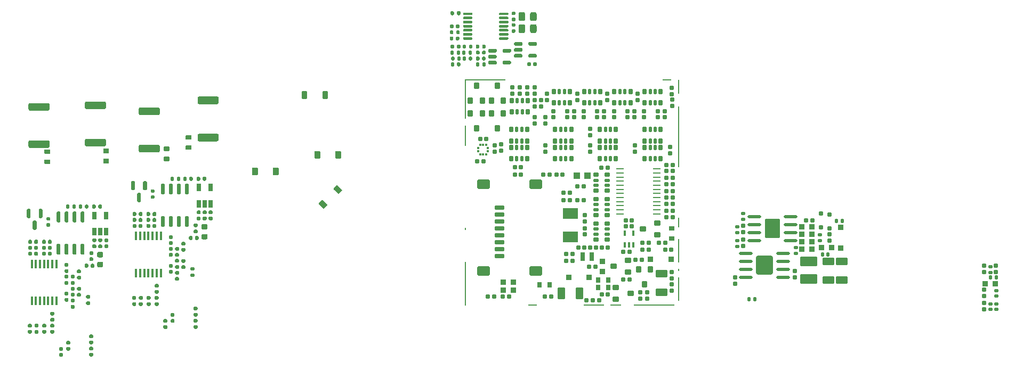
<source format=gbp>
G75*
G70*
%OFA0B0*%
%FSLAX25Y25*%
%IPPOS*%
%LPD*%
%AMOC8*
5,1,8,0,0,1.08239X$1,22.5*
%
%AMM103*
21,1,0.019680,0.019680,-0.000000,0.000000,90.000000*
21,1,0.015750,0.023620,-0.000000,0.000000,90.000000*
1,1,0.003940,0.009840,0.007870*
1,1,0.003940,0.009840,-0.007870*
1,1,0.003940,-0.009840,-0.007870*
1,1,0.003940,-0.009840,0.007870*
%
%AMM104*
21,1,0.019680,0.019680,-0.000000,0.000000,0.000000*
21,1,0.015750,0.023620,-0.000000,0.000000,0.000000*
1,1,0.003940,0.007870,-0.009840*
1,1,0.003940,-0.007870,-0.009840*
1,1,0.003940,-0.007870,0.009840*
1,1,0.003940,0.007870,0.009840*
%
%AMM119*
21,1,0.033470,0.026770,-0.000000,0.000000,0.000000*
21,1,0.026770,0.033470,-0.000000,0.000000,0.000000*
1,1,0.006690,0.013390,-0.013390*
1,1,0.006690,-0.013390,-0.013390*
1,1,0.006690,-0.013390,0.013390*
1,1,0.006690,0.013390,0.013390*
%
%AMM120*
21,1,0.023620,0.018900,-0.000000,0.000000,270.000000*
21,1,0.018900,0.023620,-0.000000,0.000000,270.000000*
1,1,0.004720,-0.009450,-0.009450*
1,1,0.004720,-0.009450,0.009450*
1,1,0.004720,0.009450,0.009450*
1,1,0.004720,0.009450,-0.009450*
%
%AMM134*
21,1,0.035830,0.026770,-0.000000,-0.000000,180.000000*
21,1,0.029130,0.033470,-0.000000,-0.000000,180.000000*
1,1,0.006690,-0.014570,0.013390*
1,1,0.006690,0.014570,0.013390*
1,1,0.006690,0.014570,-0.013390*
1,1,0.006690,-0.014570,-0.013390*
%
%AMM135*
21,1,0.070870,0.036220,-0.000000,-0.000000,270.000000*
21,1,0.061810,0.045280,-0.000000,-0.000000,270.000000*
1,1,0.009060,-0.018110,-0.030910*
1,1,0.009060,-0.018110,0.030910*
1,1,0.009060,0.018110,0.030910*
1,1,0.009060,0.018110,-0.030910*
%
%AMM136*
21,1,0.033470,0.026770,-0.000000,-0.000000,180.000000*
21,1,0.026770,0.033470,-0.000000,-0.000000,180.000000*
1,1,0.006690,-0.013390,0.013390*
1,1,0.006690,0.013390,0.013390*
1,1,0.006690,0.013390,-0.013390*
1,1,0.006690,-0.013390,-0.013390*
%
%AMM170*
21,1,0.035830,0.026770,0.000000,-0.000000,270.000000*
21,1,0.029130,0.033470,0.000000,-0.000000,270.000000*
1,1,0.006690,-0.013390,-0.014570*
1,1,0.006690,-0.013390,0.014570*
1,1,0.006690,0.013390,0.014570*
1,1,0.006690,0.013390,-0.014570*
%
%AMM171*
21,1,0.070870,0.036220,0.000000,-0.000000,0.000000*
21,1,0.061810,0.045280,0.000000,-0.000000,0.000000*
1,1,0.009060,0.030910,-0.018110*
1,1,0.009060,-0.030910,-0.018110*
1,1,0.009060,-0.030910,0.018110*
1,1,0.009060,0.030910,0.018110*
%
%AMM174*
21,1,0.023620,0.018900,0.000000,-0.000000,0.000000*
21,1,0.018900,0.023620,0.000000,-0.000000,0.000000*
1,1,0.004720,0.009450,-0.009450*
1,1,0.004720,-0.009450,-0.009450*
1,1,0.004720,-0.009450,0.009450*
1,1,0.004720,0.009450,0.009450*
%
%AMM175*
21,1,0.019680,0.019680,0.000000,-0.000000,270.000000*
21,1,0.015750,0.023620,0.000000,-0.000000,270.000000*
1,1,0.003940,-0.009840,-0.007870*
1,1,0.003940,-0.009840,0.007870*
1,1,0.003940,0.009840,0.007870*
1,1,0.003940,0.009840,-0.007870*
%
%AMM176*
21,1,0.019680,0.019680,0.000000,-0.000000,180.000000*
21,1,0.015750,0.023620,0.000000,-0.000000,180.000000*
1,1,0.003940,-0.007870,0.009840*
1,1,0.003940,0.007870,0.009840*
1,1,0.003940,0.007870,-0.009840*
1,1,0.003940,-0.007870,-0.009840*
%
%AMM190*
21,1,0.106300,0.050390,0.000000,-0.000000,0.000000*
21,1,0.093700,0.062990,0.000000,-0.000000,0.000000*
1,1,0.012600,0.046850,-0.025200*
1,1,0.012600,-0.046850,-0.025200*
1,1,0.012600,-0.046850,0.025200*
1,1,0.012600,0.046850,0.025200*
%
%AMM191*
21,1,0.033470,0.026770,0.000000,-0.000000,180.000000*
21,1,0.026770,0.033470,0.000000,-0.000000,180.000000*
1,1,0.006690,-0.013390,0.013390*
1,1,0.006690,0.013390,0.013390*
1,1,0.006690,0.013390,-0.013390*
1,1,0.006690,-0.013390,-0.013390*
%
%AMM192*
21,1,0.023620,0.018900,0.000000,-0.000000,90.000000*
21,1,0.018900,0.023620,0.000000,-0.000000,90.000000*
1,1,0.004720,0.009450,0.009450*
1,1,0.004720,0.009450,-0.009450*
1,1,0.004720,-0.009450,-0.009450*
1,1,0.004720,-0.009450,0.009450*
%
%AMM193*
21,1,0.122050,0.075590,0.000000,-0.000000,90.000000*
21,1,0.103150,0.094490,0.000000,-0.000000,90.000000*
1,1,0.018900,0.037800,0.051580*
1,1,0.018900,0.037800,-0.051580*
1,1,0.018900,-0.037800,-0.051580*
1,1,0.018900,-0.037800,0.051580*
%
%AMM194*
21,1,0.118110,0.083460,0.000000,-0.000000,270.000000*
21,1,0.097240,0.104330,0.000000,-0.000000,270.000000*
1,1,0.020870,-0.041730,-0.048620*
1,1,0.020870,-0.041730,0.048620*
1,1,0.020870,0.041730,0.048620*
1,1,0.020870,0.041730,-0.048620*
%
%AMM255*
21,1,0.025590,0.026380,-0.000000,-0.000000,90.000000*
21,1,0.020470,0.031500,-0.000000,-0.000000,90.000000*
1,1,0.005120,0.013190,0.010240*
1,1,0.005120,0.013190,-0.010240*
1,1,0.005120,-0.013190,-0.010240*
1,1,0.005120,-0.013190,0.010240*
%
%AMM256*
21,1,0.017720,0.027950,-0.000000,-0.000000,90.000000*
21,1,0.014170,0.031500,-0.000000,-0.000000,90.000000*
1,1,0.003540,0.013980,0.007090*
1,1,0.003540,0.013980,-0.007090*
1,1,0.003540,-0.013980,-0.007090*
1,1,0.003540,-0.013980,0.007090*
%
%AMM259*
21,1,0.027560,0.018900,-0.000000,-0.000000,270.000000*
21,1,0.022840,0.023620,-0.000000,-0.000000,270.000000*
1,1,0.004720,-0.009450,-0.011420*
1,1,0.004720,-0.009450,0.011420*
1,1,0.004720,0.009450,0.011420*
1,1,0.004720,0.009450,-0.011420*
%
%AMM261*
21,1,0.027560,0.018900,-0.000000,-0.000000,0.000000*
21,1,0.022840,0.023620,-0.000000,-0.000000,0.000000*
1,1,0.004720,0.011420,-0.009450*
1,1,0.004720,-0.011420,-0.009450*
1,1,0.004720,-0.011420,0.009450*
1,1,0.004720,0.011420,0.009450*
%
%AMM263*
21,1,0.035430,0.030320,-0.000000,-0.000000,90.000000*
21,1,0.028350,0.037400,-0.000000,-0.000000,90.000000*
1,1,0.007090,0.015160,0.014170*
1,1,0.007090,0.015160,-0.014170*
1,1,0.007090,-0.015160,-0.014170*
1,1,0.007090,-0.015160,0.014170*
%
%AMM266*
21,1,0.027560,0.030710,-0.000000,-0.000000,180.000000*
21,1,0.022050,0.036220,-0.000000,-0.000000,180.000000*
1,1,0.005510,-0.011020,0.015350*
1,1,0.005510,0.011020,0.015350*
1,1,0.005510,0.011020,-0.015350*
1,1,0.005510,-0.011020,-0.015350*
%
%AMM287*
21,1,0.033470,0.026770,-0.000000,-0.000000,270.000000*
21,1,0.026770,0.033470,-0.000000,-0.000000,270.000000*
1,1,0.006690,-0.013390,-0.013390*
1,1,0.006690,-0.013390,0.013390*
1,1,0.006690,0.013390,0.013390*
1,1,0.006690,0.013390,-0.013390*
%
%AMM288*
21,1,0.025590,0.026380,-0.000000,-0.000000,180.000000*
21,1,0.020470,0.031500,-0.000000,-0.000000,180.000000*
1,1,0.005120,-0.010240,0.013190*
1,1,0.005120,0.010240,0.013190*
1,1,0.005120,0.010240,-0.013190*
1,1,0.005120,-0.010240,-0.013190*
%
%AMM289*
21,1,0.017720,0.027950,-0.000000,-0.000000,180.000000*
21,1,0.014170,0.031500,-0.000000,-0.000000,180.000000*
1,1,0.003540,-0.007090,0.013980*
1,1,0.003540,0.007090,0.013980*
1,1,0.003540,0.007090,-0.013980*
1,1,0.003540,-0.007090,-0.013980*
%
%AMM290*
21,1,0.078740,0.045670,-0.000000,-0.000000,0.000000*
21,1,0.067320,0.057090,-0.000000,-0.000000,0.000000*
1,1,0.011420,0.033660,-0.022840*
1,1,0.011420,-0.033660,-0.022840*
1,1,0.011420,-0.033660,0.022840*
1,1,0.011420,0.033660,0.022840*
%
%AMM291*
21,1,0.059060,0.020470,-0.000000,-0.000000,0.000000*
21,1,0.053940,0.025590,-0.000000,-0.000000,0.000000*
1,1,0.005120,0.026970,-0.010240*
1,1,0.005120,-0.026970,-0.010240*
1,1,0.005120,-0.026970,0.010240*
1,1,0.005120,0.026970,0.010240*
%
%AMM292*
21,1,0.035430,0.030320,-0.000000,-0.000000,0.000000*
21,1,0.028350,0.037400,-0.000000,-0.000000,0.000000*
1,1,0.007090,0.014170,-0.015160*
1,1,0.007090,-0.014170,-0.015160*
1,1,0.007090,-0.014170,0.015160*
1,1,0.007090,0.014170,0.015160*
%
%AMM293*
21,1,0.012600,0.028980,-0.000000,-0.000000,0.000000*
21,1,0.010080,0.031500,-0.000000,-0.000000,0.000000*
1,1,0.002520,0.005040,-0.014490*
1,1,0.002520,-0.005040,-0.014490*
1,1,0.002520,-0.005040,0.014490*
1,1,0.002520,0.005040,0.014490*
%
%AMM294*
21,1,0.070870,0.036220,-0.000000,-0.000000,180.000000*
21,1,0.061810,0.045280,-0.000000,-0.000000,180.000000*
1,1,0.009060,-0.030910,0.018110*
1,1,0.009060,0.030910,0.018110*
1,1,0.009060,0.030910,-0.018110*
1,1,0.009060,-0.030910,-0.018110*
%
%AMM295*
21,1,0.027560,0.049610,-0.000000,-0.000000,180.000000*
21,1,0.022050,0.055120,-0.000000,-0.000000,180.000000*
1,1,0.005510,-0.011020,0.024800*
1,1,0.005510,0.011020,0.024800*
1,1,0.005510,0.011020,-0.024800*
1,1,0.005510,-0.011020,-0.024800*
%
%AMM296*
21,1,0.027560,0.030710,-0.000000,-0.000000,270.000000*
21,1,0.022050,0.036220,-0.000000,-0.000000,270.000000*
1,1,0.005510,-0.015350,-0.011020*
1,1,0.005510,-0.015350,0.011020*
1,1,0.005510,0.015350,0.011020*
1,1,0.005510,0.015350,-0.011020*
%
%ADD223R,0.01378X0.01476*%
%ADD226O,0.04961X0.00984*%
%ADD228R,0.09449X0.06693*%
%ADD229R,0.01476X0.01378*%
%ADD231R,0.03937X0.04331*%
%ADD262M103*%
%ADD263M104*%
%ADD279M119*%
%ADD280M120*%
%ADD281O,0.08661X0.01968*%
%ADD296M134*%
%ADD297M135*%
%ADD298M136*%
%ADD332M170*%
%ADD333M171*%
%ADD336M174*%
%ADD337M175*%
%ADD338M176*%
%ADD352M190*%
%ADD353M191*%
%ADD354M192*%
%ADD355M193*%
%ADD356M194*%
%ADD373R,0.01772X0.05709*%
%ADD374R,0.02559X0.04803*%
%ADD450M255*%
%ADD451M256*%
%ADD454M259*%
%ADD456M261*%
%ADD458M263*%
%ADD461M266*%
%ADD482M287*%
%ADD483M288*%
%ADD484M289*%
%ADD485M290*%
%ADD486M291*%
%ADD487M292*%
%ADD488M293*%
%ADD489M294*%
%ADD49R,0.00787X0.14567*%
%ADD490M295*%
%ADD491M296*%
%ADD50R,0.00787X0.01575*%
%ADD51R,0.00787X0.06299*%
%ADD52R,0.00787X0.38189*%
%ADD53R,0.00787X0.09055*%
%ADD54R,0.05512X0.00787*%
%ADD55R,0.25197X0.00787*%
%ADD56R,0.06693X0.00787*%
%ADD57R,0.12992X0.00787*%
%ADD58R,0.00787X0.27559*%
%ADD59R,0.00787X0.12992*%
%ADD60R,0.00787X0.24803*%
X0000000Y0000000D02*
%LPD*%
G01*
G36*
G01*
X0100000Y0171949D02*
X0088780Y0171949D01*
G75*
G02*
X0087795Y0172933I0000000J0000984D01*
G01*
X0087795Y0175788D01*
G75*
G02*
X0088780Y0176772I0000984J0000000D01*
G01*
X0100000Y0176772D01*
G75*
G02*
X0100984Y0175788I0000000J-000984D01*
G01*
X0100984Y0172933D01*
G75*
G02*
X0100000Y0171949I-000984J0000000D01*
G01*
G37*
G36*
G01*
X0100000Y0195276D02*
X0088780Y0195276D01*
G75*
G02*
X0087795Y0196260I0000000J0000984D01*
G01*
X0087795Y0199114D01*
G75*
G02*
X0088780Y0200099I0000984J0000000D01*
G01*
X0100000Y0200099D01*
G75*
G02*
X0100984Y0199114I0000000J-000984D01*
G01*
X0100984Y0196260D01*
G75*
G02*
X0100000Y0195276I-000984J0000000D01*
G01*
G37*
G36*
G01*
X0136811Y0178839D02*
X0125591Y0178839D01*
G75*
G02*
X0124606Y0179823I0000000J0000984D01*
G01*
X0124606Y0182677D01*
G75*
G02*
X0125591Y0183662I0000984J0000000D01*
G01*
X0136811Y0183662D01*
G75*
G02*
X0137795Y0182677I0000000J-000984D01*
G01*
X0137795Y0179823D01*
G75*
G02*
X0136811Y0178839I-000984J0000000D01*
G01*
G37*
G36*
G01*
X0136811Y0202165D02*
X0125591Y0202165D01*
G75*
G02*
X0124606Y0203150I0000000J0000984D01*
G01*
X0124606Y0206004D01*
G75*
G02*
X0125591Y0206988I0000984J0000000D01*
G01*
X0136811Y0206988D01*
G75*
G02*
X0137795Y0206004I0000000J-000984D01*
G01*
X0137795Y0203150D01*
G75*
G02*
X0136811Y0202165I-000984J0000000D01*
G01*
G37*
G36*
G01*
X0068957Y0165158D02*
X0065886Y0165158D01*
G75*
G02*
X0065610Y0165433I0000000J0000276D01*
G01*
X0065610Y0167638D01*
G75*
G02*
X0065886Y0167914I0000276J0000000D01*
G01*
X0068957Y0167914D01*
G75*
G02*
X0069232Y0167638I0000000J-000276D01*
G01*
X0069232Y0165433D01*
G75*
G02*
X0068957Y0165158I-000276J0000000D01*
G01*
G37*
G36*
G01*
X0068957Y0171457D02*
X0065886Y0171457D01*
G75*
G02*
X0065610Y0171732I0000000J0000276D01*
G01*
X0065610Y0173937D01*
G75*
G02*
X0065886Y0174213I0000276J0000000D01*
G01*
X0068957Y0174213D01*
G75*
G02*
X0069232Y0173937I0000000J-000276D01*
G01*
X0069232Y0171732D01*
G75*
G02*
X0068957Y0171457I-000276J0000000D01*
G01*
G37*
G36*
G01*
X0206181Y0209882D02*
X0206181Y0205866D01*
G75*
G02*
X0205827Y0205512I-000354J0000000D01*
G01*
X0202992Y0205512D01*
G75*
G02*
X0202638Y0205866I0000000J0000354D01*
G01*
X0202638Y0209882D01*
G75*
G02*
X0202992Y0210236I0000354J0000000D01*
G01*
X0205827Y0210236D01*
G75*
G02*
X0206181Y0209882I0000000J-000354D01*
G01*
G37*
G36*
G01*
X0193189Y0209882D02*
X0193189Y0205866D01*
G75*
G02*
X0192835Y0205512I-000354J0000000D01*
G01*
X0190000Y0205512D01*
G75*
G02*
X0189646Y0205866I0000000J0000354D01*
G01*
X0189646Y0209882D01*
G75*
G02*
X0190000Y0210236I0000354J0000000D01*
G01*
X0192835Y0210236D01*
G75*
G02*
X0193189Y0209882I0000000J-000354D01*
G01*
G37*
G36*
G01*
X0212154Y0151313D02*
X0214994Y0148473D01*
G75*
G02*
X0214994Y0147972I-000251J-000251D01*
G01*
X0212989Y0145968D01*
G75*
G02*
X0212488Y0145968I-000251J0000251D01*
G01*
X0209649Y0148807D01*
G75*
G02*
X0209649Y0149308I0000251J0000251D01*
G01*
X0211653Y0151313D01*
G75*
G02*
X0212154Y0151313I0000251J-000251D01*
G01*
G37*
G36*
G01*
X0202967Y0142126D02*
X0205807Y0139286D01*
G75*
G02*
X0205807Y0138785I-000251J-000251D01*
G01*
X0203803Y0136781D01*
G75*
G02*
X0203301Y0136781I-000251J0000251D01*
G01*
X0200462Y0139620D01*
G75*
G02*
X0200462Y0140122I0000251J0000251D01*
G01*
X0202466Y0142126D01*
G75*
G02*
X0202967Y0142126I0000251J-000251D01*
G01*
G37*
G36*
G01*
X0120531Y0173622D02*
X0117461Y0173622D01*
G75*
G02*
X0117185Y0173898I0000000J0000276D01*
G01*
X0117185Y0176102D01*
G75*
G02*
X0117461Y0176378I0000276J0000000D01*
G01*
X0120531Y0176378D01*
G75*
G02*
X0120807Y0176102I0000000J-000276D01*
G01*
X0120807Y0173898D01*
G75*
G02*
X0120531Y0173622I-000276J0000000D01*
G01*
G37*
G36*
G01*
X0120531Y0179921D02*
X0117461Y0179921D01*
G75*
G02*
X0117185Y0180197I0000000J0000276D01*
G01*
X0117185Y0182402D01*
G75*
G02*
X0117461Y0182677I0000276J0000000D01*
G01*
X0120531Y0182677D01*
G75*
G02*
X0120807Y0182402I0000000J-000276D01*
G01*
X0120807Y0180197D01*
G75*
G02*
X0120531Y0179921I-000276J0000000D01*
G01*
G37*
G36*
G01*
X0066339Y0175689D02*
X0055118Y0175689D01*
G75*
G02*
X0054134Y0176673I0000000J0000984D01*
G01*
X0054134Y0179528D01*
G75*
G02*
X0055118Y0180512I0000984J0000000D01*
G01*
X0066339Y0180512D01*
G75*
G02*
X0067323Y0179528I0000000J-000984D01*
G01*
X0067323Y0176673D01*
G75*
G02*
X0066339Y0175689I-000984J0000000D01*
G01*
G37*
G36*
G01*
X0066339Y0199016D02*
X0055118Y0199016D01*
G75*
G02*
X0054134Y0200000I0000000J0000984D01*
G01*
X0054134Y0202854D01*
G75*
G02*
X0055118Y0203839I0000984J0000000D01*
G01*
X0066339Y0203839D01*
G75*
G02*
X0067323Y0202854I0000000J-000984D01*
G01*
X0067323Y0200000D01*
G75*
G02*
X0066339Y0199016I-000984J0000000D01*
G01*
G37*
G36*
G01*
X0214272Y0172480D02*
X0214272Y0168465D01*
G75*
G02*
X0213917Y0168110I-000354J0000000D01*
G01*
X0211083Y0168110D01*
G75*
G02*
X0210728Y0168465I0000000J0000354D01*
G01*
X0210728Y0172480D01*
G75*
G02*
X0211083Y0172835I0000354J0000000D01*
G01*
X0213917Y0172835D01*
G75*
G02*
X0214272Y0172480I0000000J-000354D01*
G01*
G37*
G36*
G01*
X0201280Y0172480D02*
X0201280Y0168465D01*
G75*
G02*
X0200925Y0168110I-000354J0000000D01*
G01*
X0198091Y0168110D01*
G75*
G02*
X0197736Y0168465I0000000J0000354D01*
G01*
X0197736Y0172480D01*
G75*
G02*
X0198091Y0172835I0000354J0000000D01*
G01*
X0200925Y0172835D01*
G75*
G02*
X0201280Y0172480I0000000J-000354D01*
G01*
G37*
G36*
G01*
X0175276Y0162047D02*
X0175276Y0158032D01*
G75*
G02*
X0174921Y0157677I-000354J0000000D01*
G01*
X0172087Y0157677D01*
G75*
G02*
X0171732Y0158032I0000000J0000354D01*
G01*
X0171732Y0162047D01*
G75*
G02*
X0172087Y0162402I0000354J0000000D01*
G01*
X0174921Y0162402D01*
G75*
G02*
X0175276Y0162047I0000000J-000354D01*
G01*
G37*
G36*
G01*
X0162283Y0162047D02*
X0162283Y0158032D01*
G75*
G02*
X0161929Y0157677I-000354J0000000D01*
G01*
X0159094Y0157677D01*
G75*
G02*
X0158740Y0158032I0000000J0000354D01*
G01*
X0158740Y0162047D01*
G75*
G02*
X0159094Y0162402I0000354J0000000D01*
G01*
X0161929Y0162402D01*
G75*
G02*
X0162283Y0162047I0000000J-000354D01*
G01*
G37*
G36*
G01*
X0032146Y0164764D02*
X0029075Y0164764D01*
G75*
G02*
X0028799Y0165039I0000000J0000276D01*
G01*
X0028799Y0167244D01*
G75*
G02*
X0029075Y0167520I0000276J0000000D01*
G01*
X0032146Y0167520D01*
G75*
G02*
X0032421Y0167244I0000000J-000276D01*
G01*
X0032421Y0165039D01*
G75*
G02*
X0032146Y0164764I-000276J0000000D01*
G01*
G37*
G36*
G01*
X0032146Y0171063D02*
X0029075Y0171063D01*
G75*
G02*
X0028799Y0171339I0000000J0000276D01*
G01*
X0028799Y0173543D01*
G75*
G02*
X0029075Y0173819I0000276J0000000D01*
G01*
X0032146Y0173819D01*
G75*
G02*
X0032421Y0173543I0000000J-000276D01*
G01*
X0032421Y0171339D01*
G75*
G02*
X0032146Y0171063I-000276J0000000D01*
G01*
G37*
G36*
G01*
X0031102Y0174705D02*
X0019882Y0174705D01*
G75*
G02*
X0018898Y0175689I0000000J0000984D01*
G01*
X0018898Y0178543D01*
G75*
G02*
X0019882Y0179528I0000984J0000000D01*
G01*
X0031102Y0179528D01*
G75*
G02*
X0032087Y0178543I0000000J-000984D01*
G01*
X0032087Y0175689D01*
G75*
G02*
X0031102Y0174705I-000984J0000000D01*
G01*
G37*
G36*
G01*
X0031102Y0198032D02*
X0019882Y0198032D01*
G75*
G02*
X0018898Y0199016I0000000J0000984D01*
G01*
X0018898Y0201870D01*
G75*
G02*
X0019882Y0202854I0000984J0000000D01*
G01*
X0031102Y0202854D01*
G75*
G02*
X0032087Y0201870I0000000J-000984D01*
G01*
X0032087Y0199016D01*
G75*
G02*
X0031102Y0198032I-000984J0000000D01*
G01*
G37*
G36*
G01*
X0106752Y0166536D02*
X0103681Y0166536D01*
G75*
G02*
X0103405Y0166811I0000000J0000276D01*
G01*
X0103405Y0169016D01*
G75*
G02*
X0103681Y0169291I0000276J0000000D01*
G01*
X0106752Y0169291D01*
G75*
G02*
X0107028Y0169016I0000000J-000276D01*
G01*
X0107028Y0166811D01*
G75*
G02*
X0106752Y0166536I-000276J0000000D01*
G01*
G37*
G36*
G01*
X0106752Y0172835D02*
X0103681Y0172835D01*
G75*
G02*
X0103405Y0173110I0000000J0000276D01*
G01*
X0103405Y0175315D01*
G75*
G02*
X0103681Y0175591I0000276J0000000D01*
G01*
X0106752Y0175591D01*
G75*
G02*
X0107028Y0175315I0000000J-000276D01*
G01*
X0107028Y0173110D01*
G75*
G02*
X0106752Y0172835I-000276J0000000D01*
G01*
G37*
X0450492Y0141929D02*
G01*
G75*
D332*
X0526870Y0112014D02*
D03*
X0526870Y0125006D02*
D03*
D333*
X0527264Y0092154D02*
D03*
X0527264Y0103571D02*
D03*
X0519232Y0092154D02*
D03*
X0519232Y0103571D02*
D03*
D336*
X0505216Y0129527D02*
D03*
X0509153Y0129527D02*
D03*
X0519783Y0132874D02*
D03*
X0519783Y0124212D02*
D03*
X0514535Y0133661D02*
D03*
X0514535Y0125000D02*
D03*
D337*
X0461909Y0121774D02*
D03*
X0461909Y0125318D02*
D03*
X0498642Y0112383D02*
D03*
X0498642Y0108839D02*
D03*
X0513747Y0120380D02*
D03*
X0513747Y0116837D02*
D03*
X0461909Y0113156D02*
D03*
X0461909Y0116699D02*
D03*
X0465846Y0133661D02*
D03*
X0465846Y0130118D02*
D03*
D338*
X0515322Y0108176D02*
D03*
X0518866Y0108176D02*
D03*
X0527724Y0128943D02*
D03*
X0524180Y0128943D02*
D03*
X0469407Y0080179D02*
D03*
X0472951Y0080179D02*
D03*
D352*
X0506791Y0092716D02*
D03*
X0506791Y0103740D02*
D03*
D353*
X0502468Y0125394D02*
D03*
X0508688Y0125394D02*
D03*
X0502468Y0111300D02*
D03*
X0508688Y0111300D02*
D03*
X0502468Y0115991D02*
D03*
X0508688Y0115991D02*
D03*
X0502468Y0120683D02*
D03*
X0508688Y0120683D02*
D03*
X0514712Y0112481D02*
D03*
X0520933Y0112481D02*
D03*
D354*
X0465846Y0121971D02*
D03*
X0465846Y0125908D02*
D03*
X0465846Y0117290D02*
D03*
X0465846Y0113353D02*
D03*
X0519783Y0120577D02*
D03*
X0519783Y0116640D02*
D03*
X0498169Y0097644D02*
D03*
X0498169Y0093707D02*
D03*
X0460728Y0089868D02*
D03*
X0460728Y0093806D02*
D03*
D281*
X0472606Y0116857D02*
D03*
X0472606Y0121857D02*
D03*
X0472606Y0126857D02*
D03*
X0472606Y0131857D02*
D03*
X0495243Y0116857D02*
D03*
X0495243Y0121857D02*
D03*
X0495243Y0126857D02*
D03*
X0495243Y0131857D02*
D03*
X0467323Y0093790D02*
D03*
X0467323Y0098790D02*
D03*
X0467323Y0103790D02*
D03*
X0467323Y0108790D02*
D03*
X0490748Y0093790D02*
D03*
X0490748Y0098790D02*
D03*
X0490748Y0103790D02*
D03*
X0490748Y0108790D02*
D03*
D355*
X0483924Y0124357D02*
D03*
D356*
X0479035Y0101290D02*
D03*
X0626673Y0069094D02*
G01*
G75*
D280*
X0616437Y0097047D02*
D03*
X0616437Y0100984D02*
D03*
X0616437Y0085924D02*
D03*
X0616437Y0081987D02*
D03*
X0616437Y0077558D02*
D03*
X0616437Y0073621D02*
D03*
X0623720Y0097047D02*
D03*
X0623720Y0100984D02*
D03*
D263*
X0623917Y0093662D02*
D03*
X0620374Y0093662D02*
D03*
D279*
X0617204Y0089777D02*
D03*
X0623425Y0089777D02*
D03*
D262*
X0620374Y0077165D02*
D03*
X0620374Y0073622D02*
D03*
X0623917Y0085531D02*
D03*
X0623917Y0081988D02*
D03*
X0620316Y0100393D02*
D03*
X0620316Y0096850D02*
D03*
X0623917Y0073622D02*
D03*
X0623917Y0077165D02*
D03*
X0339469Y0262402D02*
%LPD*%
G01*
G36*
G01*
X0322540Y0231808D02*
X0322540Y0232989D01*
G75*
G02*
X0323130Y0233580I0000591J0000000D01*
G01*
X0327166Y0233580D01*
G75*
G02*
X0327756Y0232989I0000000J-000591D01*
G01*
X0327756Y0231808D01*
G75*
G02*
X0327166Y0231218I-000591J0000000D01*
G01*
X0323130Y0231218D01*
G75*
G02*
X0322540Y0231808I0000000J0000591D01*
G01*
G37*
G36*
G01*
X0322540Y0235549D02*
X0322540Y0236730D01*
G75*
G02*
X0323130Y0237320I0000591J0000000D01*
G01*
X0327166Y0237320D01*
G75*
G02*
X0327756Y0236730I0000000J-000591D01*
G01*
X0327756Y0235549D01*
G75*
G02*
X0327166Y0234958I-000591J0000000D01*
G01*
X0323130Y0234958D01*
G75*
G02*
X0322540Y0235549I0000000J0000591D01*
G01*
G37*
G36*
G01*
X0322540Y0239289D02*
X0322540Y0240470D01*
G75*
G02*
X0323130Y0241060I0000591J0000000D01*
G01*
X0327166Y0241060D01*
G75*
G02*
X0327756Y0240470I0000000J-000591D01*
G01*
X0327756Y0239289D01*
G75*
G02*
X0327166Y0238698I-000591J0000000D01*
G01*
X0323130Y0238698D01*
G75*
G02*
X0322540Y0239289I0000000J0000591D01*
G01*
G37*
G36*
G01*
X0331497Y0239289D02*
X0331497Y0240470D01*
G75*
G02*
X0332087Y0241060I0000591J0000000D01*
G01*
X0336123Y0241060D01*
G75*
G02*
X0336713Y0240470I0000000J-000591D01*
G01*
X0336713Y0239289D01*
G75*
G02*
X0336123Y0238698I-000591J0000000D01*
G01*
X0332087Y0238698D01*
G75*
G02*
X0331497Y0239289I0000000J0000591D01*
G01*
G37*
G36*
G01*
X0331497Y0231808D02*
X0331497Y0232989D01*
G75*
G02*
X0332087Y0233580I0000591J0000000D01*
G01*
X0336123Y0233580D01*
G75*
G02*
X0336713Y0232989I0000000J-000591D01*
G01*
X0336713Y0231808D01*
G75*
G02*
X0336123Y0231218I-000591J0000000D01*
G01*
X0332087Y0231218D01*
G75*
G02*
X0331497Y0231808I0000000J0000591D01*
G01*
G37*
G36*
G01*
X0322815Y0254095D02*
X0321477Y0254095D01*
G75*
G02*
X0320926Y0254646I0000000J0000551D01*
G01*
X0320926Y0255748D01*
G75*
G02*
X0321477Y0256300I0000551J0000000D01*
G01*
X0322815Y0256300D01*
G75*
G02*
X0323367Y0255748I0000000J-000551D01*
G01*
X0323367Y0254646D01*
G75*
G02*
X0322815Y0254095I-000551J0000000D01*
G01*
G37*
G36*
G01*
X0322815Y0257874D02*
X0321477Y0257874D01*
G75*
G02*
X0320926Y0258426I0000000J0000551D01*
G01*
X0320926Y0259528D01*
G75*
G02*
X0321477Y0260079I0000551J0000000D01*
G01*
X0322815Y0260079D01*
G75*
G02*
X0323367Y0259528I0000000J-000551D01*
G01*
X0323367Y0258426D01*
G75*
G02*
X0322815Y0257874I-000551J0000000D01*
G01*
G37*
G36*
G01*
X0296300Y0231378D02*
X0296300Y0230040D01*
G75*
G02*
X0295749Y0229489I-000551J0000000D01*
G01*
X0294646Y0229489D01*
G75*
G02*
X0294095Y0230040I0000000J0000551D01*
G01*
X0294095Y0231378D01*
G75*
G02*
X0294646Y0231930I0000551J0000000D01*
G01*
X0295749Y0231930D01*
G75*
G02*
X0296300Y0231378I0000000J-000551D01*
G01*
G37*
G36*
G01*
X0292520Y0231378D02*
X0292520Y0230040D01*
G75*
G02*
X0291969Y0229489I-000551J0000000D01*
G01*
X0290867Y0229489D01*
G75*
G02*
X0290315Y0230040I0000000J0000551D01*
G01*
X0290315Y0231378D01*
G75*
G02*
X0290867Y0231930I0000551J0000000D01*
G01*
X0291969Y0231930D01*
G75*
G02*
X0292520Y0231378I0000000J-000551D01*
G01*
G37*
G36*
G01*
X0282953Y0226378D02*
X0282953Y0227717D01*
G75*
G02*
X0283504Y0228268I0000551J0000000D01*
G01*
X0284607Y0228268D01*
G75*
G02*
X0285158Y0227717I0000000J-000551D01*
G01*
X0285158Y0226378D01*
G75*
G02*
X0284607Y0225827I-000551J0000000D01*
G01*
X0283504Y0225827D01*
G75*
G02*
X0282953Y0226378I0000000J0000551D01*
G01*
G37*
G36*
G01*
X0286733Y0226378D02*
X0286733Y0227717D01*
G75*
G02*
X0287284Y0228268I0000551J0000000D01*
G01*
X0288386Y0228268D01*
G75*
G02*
X0288938Y0227717I0000000J-000551D01*
G01*
X0288938Y0226378D01*
G75*
G02*
X0288386Y0225827I-000551J0000000D01*
G01*
X0287284Y0225827D01*
G75*
G02*
X0286733Y0226378I0000000J0000551D01*
G01*
G37*
G36*
G01*
X0304705Y0235119D02*
X0304705Y0233780D01*
G75*
G02*
X0304154Y0233229I-000551J0000000D01*
G01*
X0303052Y0233229D01*
G75*
G02*
X0302500Y0233780I0000000J0000551D01*
G01*
X0302500Y0235119D01*
G75*
G02*
X0303052Y0235670I0000551J0000000D01*
G01*
X0304154Y0235670D01*
G75*
G02*
X0304705Y0235119I0000000J-000551D01*
G01*
G37*
G36*
G01*
X0300926Y0235119D02*
X0300926Y0233780D01*
G75*
G02*
X0300375Y0233229I-000551J0000000D01*
G01*
X0299272Y0233229D01*
G75*
G02*
X0298721Y0233780I0000000J0000551D01*
G01*
X0298721Y0235119D01*
G75*
G02*
X0299272Y0235670I0000551J0000000D01*
G01*
X0300375Y0235670D01*
G75*
G02*
X0300926Y0235119I0000000J-000551D01*
G01*
G37*
G36*
G01*
X0283150Y0230040D02*
X0283150Y0231378D01*
G75*
G02*
X0283701Y0231930I0000551J0000000D01*
G01*
X0284804Y0231930D01*
G75*
G02*
X0285355Y0231378I0000000J-000551D01*
G01*
X0285355Y0230040D01*
G75*
G02*
X0284804Y0229489I-000551J0000000D01*
G01*
X0283701Y0229489D01*
G75*
G02*
X0283150Y0230040I0000000J0000551D01*
G01*
G37*
G36*
G01*
X0286930Y0230040D02*
X0286930Y0231378D01*
G75*
G02*
X0287481Y0231930I0000551J0000000D01*
G01*
X0288583Y0231930D01*
G75*
G02*
X0289134Y0231378I0000000J-000551D01*
G01*
X0289134Y0230040D01*
G75*
G02*
X0288583Y0229489I-000551J0000000D01*
G01*
X0287481Y0229489D01*
G75*
G02*
X0286930Y0230040I0000000J0000551D01*
G01*
G37*
G36*
G01*
X0288426Y0251556D02*
X0288426Y0250217D01*
G75*
G02*
X0287875Y0249666I-000551J0000000D01*
G01*
X0286772Y0249666D01*
G75*
G02*
X0286221Y0250217I0000000J0000551D01*
G01*
X0286221Y0251556D01*
G75*
G02*
X0286772Y0252107I0000551J0000000D01*
G01*
X0287875Y0252107D01*
G75*
G02*
X0288426Y0251556I0000000J-000551D01*
G01*
G37*
G36*
G01*
X0284646Y0251556D02*
X0284646Y0250217D01*
G75*
G02*
X0284095Y0249666I-000551J0000000D01*
G01*
X0282993Y0249666D01*
G75*
G02*
X0282441Y0250217I0000000J0000551D01*
G01*
X0282441Y0251556D01*
G75*
G02*
X0282993Y0252107I0000551J0000000D01*
G01*
X0284095Y0252107D01*
G75*
G02*
X0284646Y0251556I0000000J-000551D01*
G01*
G37*
G36*
G01*
X0318935Y0259056D02*
X0318935Y0258268D01*
G75*
G02*
X0318541Y0257874I-000394J0000000D01*
G01*
X0313521Y0257874D01*
G75*
G02*
X0313128Y0258268I0000000J0000394D01*
G01*
X0313128Y0259056D01*
G75*
G02*
X0313521Y0259449I0000394J0000000D01*
G01*
X0318541Y0259449D01*
G75*
G02*
X0318935Y0259056I0000000J-000394D01*
G01*
G37*
G36*
G01*
X0318935Y0256496D02*
X0318935Y0255709D01*
G75*
G02*
X0318541Y0255315I-000394J0000000D01*
G01*
X0313521Y0255315D01*
G75*
G02*
X0313128Y0255709I0000000J0000394D01*
G01*
X0313128Y0256496D01*
G75*
G02*
X0313521Y0256890I0000394J0000000D01*
G01*
X0318541Y0256890D01*
G75*
G02*
X0318935Y0256496I0000000J-000394D01*
G01*
G37*
G36*
G01*
X0318935Y0253937D02*
X0318935Y0253150D01*
G75*
G02*
X0318541Y0252756I-000394J0000000D01*
G01*
X0313521Y0252756D01*
G75*
G02*
X0313128Y0253150I0000000J0000394D01*
G01*
X0313128Y0253937D01*
G75*
G02*
X0313521Y0254331I0000394J0000000D01*
G01*
X0318541Y0254331D01*
G75*
G02*
X0318935Y0253937I0000000J-000394D01*
G01*
G37*
G36*
G01*
X0318935Y0251378D02*
X0318935Y0250591D01*
G75*
G02*
X0318541Y0250197I-000394J0000000D01*
G01*
X0313521Y0250197D01*
G75*
G02*
X0313128Y0250591I0000000J0000394D01*
G01*
X0313128Y0251378D01*
G75*
G02*
X0313521Y0251772I0000394J0000000D01*
G01*
X0318541Y0251772D01*
G75*
G02*
X0318935Y0251378I0000000J-000394D01*
G01*
G37*
G36*
G01*
X0318935Y0248819D02*
X0318935Y0248032D01*
G75*
G02*
X0318541Y0247638I-000394J0000000D01*
G01*
X0313521Y0247638D01*
G75*
G02*
X0313128Y0248032I0000000J0000394D01*
G01*
X0313128Y0248819D01*
G75*
G02*
X0313521Y0249213I0000394J0000000D01*
G01*
X0318541Y0249213D01*
G75*
G02*
X0318935Y0248819I0000000J-000394D01*
G01*
G37*
G36*
G01*
X0318935Y0246260D02*
X0318935Y0245473D01*
G75*
G02*
X0318541Y0245079I-000394J0000000D01*
G01*
X0313521Y0245079D01*
G75*
G02*
X0313128Y0245473I0000000J0000394D01*
G01*
X0313128Y0246260D01*
G75*
G02*
X0313521Y0246654I0000394J0000000D01*
G01*
X0318541Y0246654D01*
G75*
G02*
X0318935Y0246260I0000000J-000394D01*
G01*
G37*
G36*
G01*
X0318935Y0243701D02*
X0318935Y0242914D01*
G75*
G02*
X0318541Y0242520I-000394J0000000D01*
G01*
X0313521Y0242520D01*
G75*
G02*
X0313128Y0242914I0000000J0000394D01*
G01*
X0313128Y0243701D01*
G75*
G02*
X0313521Y0244095I0000394J0000000D01*
G01*
X0318541Y0244095D01*
G75*
G02*
X0318935Y0243701I0000000J-000394D01*
G01*
G37*
G36*
G01*
X0296395Y0243701D02*
X0296395Y0242914D01*
G75*
G02*
X0296002Y0242520I-000394J0000000D01*
G01*
X0290982Y0242520D01*
G75*
G02*
X0290588Y0242914I0000000J0000394D01*
G01*
X0290588Y0243701D01*
G75*
G02*
X0290982Y0244095I0000394J0000000D01*
G01*
X0296002Y0244095D01*
G75*
G02*
X0296395Y0243701I0000000J-000394D01*
G01*
G37*
G36*
G01*
X0296395Y0246260D02*
X0296395Y0245473D01*
G75*
G02*
X0296002Y0245079I-000394J0000000D01*
G01*
X0290982Y0245079D01*
G75*
G02*
X0290588Y0245473I0000000J0000394D01*
G01*
X0290588Y0246260D01*
G75*
G02*
X0290982Y0246654I0000394J0000000D01*
G01*
X0296002Y0246654D01*
G75*
G02*
X0296395Y0246260I0000000J-000394D01*
G01*
G37*
G36*
G01*
X0296395Y0248819D02*
X0296395Y0248032D01*
G75*
G02*
X0296002Y0247638I-000394J0000000D01*
G01*
X0290982Y0247638D01*
G75*
G02*
X0290588Y0248032I0000000J0000394D01*
G01*
X0290588Y0248819D01*
G75*
G02*
X0290982Y0249213I0000394J0000000D01*
G01*
X0296002Y0249213D01*
G75*
G02*
X0296395Y0248819I0000000J-000394D01*
G01*
G37*
G36*
G01*
X0296395Y0251378D02*
X0296395Y0250591D01*
G75*
G02*
X0296002Y0250197I-000394J0000000D01*
G01*
X0290982Y0250197D01*
G75*
G02*
X0290588Y0250591I0000000J0000394D01*
G01*
X0290588Y0251378D01*
G75*
G02*
X0290982Y0251772I0000394J0000000D01*
G01*
X0296002Y0251772D01*
G75*
G02*
X0296395Y0251378I0000000J-000394D01*
G01*
G37*
G36*
G01*
X0296395Y0253937D02*
X0296395Y0253150D01*
G75*
G02*
X0296002Y0252756I-000394J0000000D01*
G01*
X0290982Y0252756D01*
G75*
G02*
X0290588Y0253150I0000000J0000394D01*
G01*
X0290588Y0253937D01*
G75*
G02*
X0290982Y0254331I0000394J0000000D01*
G01*
X0296002Y0254331D01*
G75*
G02*
X0296395Y0253937I0000000J-000394D01*
G01*
G37*
G36*
G01*
X0296395Y0256496D02*
X0296395Y0255709D01*
G75*
G02*
X0296002Y0255315I-000394J0000000D01*
G01*
X0290982Y0255315D01*
G75*
G02*
X0290588Y0255709I0000000J0000394D01*
G01*
X0290588Y0256496D01*
G75*
G02*
X0290982Y0256890I0000394J0000000D01*
G01*
X0296002Y0256890D01*
G75*
G02*
X0296395Y0256496I0000000J-000394D01*
G01*
G37*
G36*
G01*
X0296395Y0259056D02*
X0296395Y0258268D01*
G75*
G02*
X0296002Y0257874I-000394J0000000D01*
G01*
X0290982Y0257874D01*
G75*
G02*
X0290588Y0258268I0000000J0000394D01*
G01*
X0290588Y0259056D01*
G75*
G02*
X0290982Y0259449I0000394J0000000D01*
G01*
X0296002Y0259449D01*
G75*
G02*
X0296395Y0259056I0000000J-000394D01*
G01*
G37*
G36*
G01*
X0336578Y0251185D02*
X0336578Y0247642D01*
G75*
G02*
X0335594Y0246658I-000984J0000000D01*
G01*
X0333527Y0246658D01*
G75*
G02*
X0332543Y0247642I0000000J0000984D01*
G01*
X0332543Y0251185D01*
G75*
G02*
X0333527Y0252170I0000984J0000000D01*
G01*
X0335594Y0252170D01*
G75*
G02*
X0336578Y0251185I0000000J-000984D01*
G01*
G37*
G36*
G01*
X0329393Y0251185D02*
X0329393Y0247642D01*
G75*
G02*
X0328409Y0246658I-000984J0000000D01*
G01*
X0326342Y0246658D01*
G75*
G02*
X0325358Y0247642I0000000J0000984D01*
G01*
X0325358Y0251185D01*
G75*
G02*
X0326342Y0252170I0000984J0000000D01*
G01*
X0328409Y0252170D01*
G75*
G02*
X0329393Y0251185I0000000J-000984D01*
G01*
G37*
G36*
G01*
X0290335Y0237461D02*
X0290335Y0238918D01*
G75*
G02*
X0290867Y0239449I0000531J0000000D01*
G01*
X0291930Y0239449D01*
G75*
G02*
X0292461Y0238918I0000000J-000531D01*
G01*
X0292461Y0237461D01*
G75*
G02*
X0291930Y0236930I-000531J0000000D01*
G01*
X0290867Y0236930D01*
G75*
G02*
X0290335Y0237461I0000000J0000531D01*
G01*
G37*
G36*
G01*
X0294351Y0237461D02*
X0294351Y0238918D01*
G75*
G02*
X0294882Y0239449I0000531J0000000D01*
G01*
X0295945Y0239449D01*
G75*
G02*
X0296477Y0238918I0000000J-000531D01*
G01*
X0296477Y0237461D01*
G75*
G02*
X0295945Y0236930I-000531J0000000D01*
G01*
X0294882Y0236930D01*
G75*
G02*
X0294351Y0237461I0000000J0000531D01*
G01*
G37*
G36*
G01*
X0330768Y0226536D02*
X0330768Y0227874D01*
G75*
G02*
X0331319Y0228426I0000551J0000000D01*
G01*
X0332422Y0228426D01*
G75*
G02*
X0332973Y0227874I0000000J-000551D01*
G01*
X0332973Y0226536D01*
G75*
G02*
X0332422Y0225985I-000551J0000000D01*
G01*
X0331319Y0225985D01*
G75*
G02*
X0330768Y0226536I0000000J0000551D01*
G01*
G37*
G36*
G01*
X0334548Y0226536D02*
X0334548Y0227874D01*
G75*
G02*
X0335099Y0228426I0000551J0000000D01*
G01*
X0336201Y0228426D01*
G75*
G02*
X0336752Y0227874I0000000J-000551D01*
G01*
X0336752Y0226536D01*
G75*
G02*
X0336201Y0225985I-000551J0000000D01*
G01*
X0335099Y0225985D01*
G75*
G02*
X0334548Y0226536I0000000J0000551D01*
G01*
G37*
G36*
G01*
X0282658Y0233721D02*
X0282658Y0235178D01*
G75*
G02*
X0283189Y0235709I0000531J0000000D01*
G01*
X0284252Y0235709D01*
G75*
G02*
X0284784Y0235178I0000000J-000531D01*
G01*
X0284784Y0233721D01*
G75*
G02*
X0284252Y0233189I-000531J0000000D01*
G01*
X0283189Y0233189D01*
G75*
G02*
X0282658Y0233721I0000000J0000531D01*
G01*
G37*
G36*
G01*
X0286674Y0233721D02*
X0286674Y0235178D01*
G75*
G02*
X0287205Y0235709I0000531J0000000D01*
G01*
X0288268Y0235709D01*
G75*
G02*
X0288800Y0235178I0000000J-000531D01*
G01*
X0288800Y0233721D01*
G75*
G02*
X0288268Y0233189I-000531J0000000D01*
G01*
X0287205Y0233189D01*
G75*
G02*
X0286674Y0233721I0000000J0000531D01*
G01*
G37*
G36*
G01*
X0298591Y0237461D02*
X0298591Y0238917D01*
G75*
G02*
X0299123Y0239449I0000531J0000000D01*
G01*
X0300186Y0239449D01*
G75*
G02*
X0300717Y0238917I0000000J-000531D01*
G01*
X0300717Y0237461D01*
G75*
G02*
X0300186Y0236929I-000531J0000000D01*
G01*
X0299123Y0236929D01*
G75*
G02*
X0298591Y0237461I0000000J0000531D01*
G01*
G37*
G36*
G01*
X0302607Y0237461D02*
X0302607Y0238917D01*
G75*
G02*
X0303139Y0239449I0000531J0000000D01*
G01*
X0304202Y0239449D01*
G75*
G02*
X0304733Y0238917I0000000J-000531D01*
G01*
X0304733Y0237461D01*
G75*
G02*
X0304202Y0236929I-000531J0000000D01*
G01*
X0303139Y0236929D01*
G75*
G02*
X0302607Y0237461I0000000J0000531D01*
G01*
G37*
G36*
G01*
X0325358Y0255217D02*
X0325358Y0258760D01*
G75*
G02*
X0326342Y0259745I0000984J0000000D01*
G01*
X0328409Y0259745D01*
G75*
G02*
X0329393Y0258760I0000000J-000984D01*
G01*
X0329393Y0255217D01*
G75*
G02*
X0328409Y0254233I-000984J0000000D01*
G01*
X0326342Y0254233D01*
G75*
G02*
X0325358Y0255217I0000000J0000984D01*
G01*
G37*
G36*
G01*
X0332543Y0255217D02*
X0332543Y0258760D01*
G75*
G02*
X0333527Y0259745I0000984J0000000D01*
G01*
X0335594Y0259745D01*
G75*
G02*
X0336578Y0258760I0000000J-000984D01*
G01*
X0336578Y0255217D01*
G75*
G02*
X0335594Y0254233I-000984J0000000D01*
G01*
X0333527Y0254233D01*
G75*
G02*
X0332543Y0255217I0000000J0000984D01*
G01*
G37*
G36*
G01*
X0298642Y0226319D02*
X0298642Y0227776D01*
G75*
G02*
X0299174Y0228308I0000531J0000000D01*
G01*
X0300237Y0228308D01*
G75*
G02*
X0300768Y0227776I0000000J-000531D01*
G01*
X0300768Y0226319D01*
G75*
G02*
X0300237Y0225788I-000531J0000000D01*
G01*
X0299174Y0225788D01*
G75*
G02*
X0298642Y0226319I0000000J0000531D01*
G01*
G37*
G36*
G01*
X0302658Y0226319D02*
X0302658Y0227776D01*
G75*
G02*
X0303189Y0228308I0000531J0000000D01*
G01*
X0304252Y0228308D01*
G75*
G02*
X0304784Y0227776I0000000J-000531D01*
G01*
X0304784Y0226319D01*
G75*
G02*
X0304252Y0225788I-000531J0000000D01*
G01*
X0303189Y0225788D01*
G75*
G02*
X0302658Y0226319I0000000J0000531D01*
G01*
G37*
G36*
G01*
X0288957Y0259823D02*
X0288957Y0258367D01*
G75*
G02*
X0288426Y0257835I-000531J0000000D01*
G01*
X0287363Y0257835D01*
G75*
G02*
X0286831Y0258367I0000000J0000531D01*
G01*
X0286831Y0259823D01*
G75*
G02*
X0287363Y0260355I0000531J0000000D01*
G01*
X0288426Y0260355D01*
G75*
G02*
X0288957Y0259823I0000000J-000531D01*
G01*
G37*
G36*
G01*
X0284941Y0259823D02*
X0284941Y0258367D01*
G75*
G02*
X0284410Y0257835I-000531J0000000D01*
G01*
X0283347Y0257835D01*
G75*
G02*
X0282815Y0258367I0000000J0000531D01*
G01*
X0282815Y0259823D01*
G75*
G02*
X0283347Y0260355I0000531J0000000D01*
G01*
X0284410Y0260355D01*
G75*
G02*
X0284941Y0259823I0000000J-000531D01*
G01*
G37*
G36*
G01*
X0288504Y0247874D02*
X0288504Y0246418D01*
G75*
G02*
X0287973Y0245886I-000531J0000000D01*
G01*
X0286910Y0245886D01*
G75*
G02*
X0286378Y0246418I0000000J0000531D01*
G01*
X0286378Y0247874D01*
G75*
G02*
X0286910Y0248406I0000531J0000000D01*
G01*
X0287973Y0248406D01*
G75*
G02*
X0288504Y0247874I0000000J-000531D01*
G01*
G37*
G36*
G01*
X0284489Y0247874D02*
X0284489Y0246418D01*
G75*
G02*
X0283957Y0245886I-000531J0000000D01*
G01*
X0282894Y0245886D01*
G75*
G02*
X0282363Y0246418I0000000J0000531D01*
G01*
X0282363Y0247874D01*
G75*
G02*
X0282894Y0248406I0000531J0000000D01*
G01*
X0283957Y0248406D01*
G75*
G02*
X0284489Y0247874I0000000J-000531D01*
G01*
G37*
G36*
G01*
X0290040Y0233721D02*
X0290040Y0235178D01*
G75*
G02*
X0290571Y0235709I0000531J0000000D01*
G01*
X0291634Y0235709D01*
G75*
G02*
X0292166Y0235178I0000000J-000531D01*
G01*
X0292166Y0233721D01*
G75*
G02*
X0291634Y0233189I-000531J0000000D01*
G01*
X0290571Y0233189D01*
G75*
G02*
X0290040Y0233721I0000000J0000531D01*
G01*
G37*
G36*
G01*
X0294056Y0233721D02*
X0294056Y0235178D01*
G75*
G02*
X0294587Y0235709I0000531J0000000D01*
G01*
X0295650Y0235709D01*
G75*
G02*
X0296182Y0235178I0000000J-000531D01*
G01*
X0296182Y0233721D01*
G75*
G02*
X0295650Y0233189I-000531J0000000D01*
G01*
X0294587Y0233189D01*
G75*
G02*
X0294056Y0233721I0000000J0000531D01*
G01*
G37*
G36*
G01*
X0282343Y0242638D02*
X0282343Y0243977D01*
G75*
G02*
X0282894Y0244528I0000551J0000000D01*
G01*
X0283997Y0244528D01*
G75*
G02*
X0284548Y0243977I0000000J-000551D01*
G01*
X0284548Y0242638D01*
G75*
G02*
X0283997Y0242087I-000551J0000000D01*
G01*
X0282894Y0242087D01*
G75*
G02*
X0282343Y0242638I0000000J0000551D01*
G01*
G37*
G36*
G01*
X0286123Y0242638D02*
X0286123Y0243977D01*
G75*
G02*
X0286674Y0244528I0000551J0000000D01*
G01*
X0287776Y0244528D01*
G75*
G02*
X0288327Y0243977I0000000J-000551D01*
G01*
X0288327Y0242638D01*
G75*
G02*
X0287776Y0242087I-000551J0000000D01*
G01*
X0286674Y0242087D01*
G75*
G02*
X0286123Y0242638I0000000J0000551D01*
G01*
G37*
G36*
G01*
X0321491Y0252853D02*
X0322829Y0252853D01*
G75*
G02*
X0323381Y0252302I0000000J-000551D01*
G01*
X0323381Y0251200D01*
G75*
G02*
X0322829Y0250648I-000551J0000000D01*
G01*
X0321491Y0250648D01*
G75*
G02*
X0320940Y0251200I0000000J0000551D01*
G01*
X0320940Y0252302D01*
G75*
G02*
X0321491Y0252853I0000551J0000000D01*
G01*
G37*
G36*
G01*
X0321491Y0249074D02*
X0322829Y0249074D01*
G75*
G02*
X0323381Y0248523I0000000J-000551D01*
G01*
X0323381Y0247420D01*
G75*
G02*
X0322829Y0246869I-000551J0000000D01*
G01*
X0321491Y0246869D01*
G75*
G02*
X0320940Y0247420I0000000J0000551D01*
G01*
X0320940Y0248523D01*
G75*
G02*
X0321491Y0249074I0000551J0000000D01*
G01*
G37*
G36*
G01*
X0288997Y0238918D02*
X0288997Y0237461D01*
G75*
G02*
X0288465Y0236930I-000531J0000000D01*
G01*
X0287402Y0236930D01*
G75*
G02*
X0286871Y0237461I0000000J0000531D01*
G01*
X0286871Y0238918D01*
G75*
G02*
X0287402Y0239449I0000531J0000000D01*
G01*
X0288465Y0239449D01*
G75*
G02*
X0288997Y0238918I0000000J-000531D01*
G01*
G37*
G36*
G01*
X0284981Y0238918D02*
X0284981Y0237461D01*
G75*
G02*
X0284449Y0236930I-000531J0000000D01*
G01*
X0283386Y0236930D01*
G75*
G02*
X0282855Y0237461I0000000J0000531D01*
G01*
X0282855Y0238918D01*
G75*
G02*
X0283386Y0239449I0000531J0000000D01*
G01*
X0284449Y0239449D01*
G75*
G02*
X0284981Y0238918I0000000J-000531D01*
G01*
G37*
G36*
G01*
X0306398Y0227559D02*
X0306398Y0228741D01*
G75*
G02*
X0306989Y0229331I0000591J0000000D01*
G01*
X0311024Y0229331D01*
G75*
G02*
X0311615Y0228741I0000000J-000591D01*
G01*
X0311615Y0227559D01*
G75*
G02*
X0311024Y0226969I-000591J0000000D01*
G01*
X0306989Y0226969D01*
G75*
G02*
X0306398Y0227559I0000000J0000591D01*
G01*
G37*
G36*
G01*
X0306398Y0231300D02*
X0306398Y0232481D01*
G75*
G02*
X0306989Y0233071I0000591J0000000D01*
G01*
X0311024Y0233071D01*
G75*
G02*
X0311615Y0232481I0000000J-000591D01*
G01*
X0311615Y0231300D01*
G75*
G02*
X0311024Y0230709I-000591J0000000D01*
G01*
X0306989Y0230709D01*
G75*
G02*
X0306398Y0231300I0000000J0000591D01*
G01*
G37*
G36*
G01*
X0306398Y0235040D02*
X0306398Y0236221D01*
G75*
G02*
X0306989Y0236811I0000591J0000000D01*
G01*
X0311024Y0236811D01*
G75*
G02*
X0311615Y0236221I0000000J-000591D01*
G01*
X0311615Y0235040D01*
G75*
G02*
X0311024Y0234449I-000591J0000000D01*
G01*
X0306989Y0234449D01*
G75*
G02*
X0306398Y0235040I0000000J0000591D01*
G01*
G37*
G36*
G01*
X0315355Y0235040D02*
X0315355Y0236221D01*
G75*
G02*
X0315945Y0236811I0000591J0000000D01*
G01*
X0319981Y0236811D01*
G75*
G02*
X0320571Y0236221I0000000J-000591D01*
G01*
X0320571Y0235040D01*
G75*
G02*
X0319981Y0234449I-000591J0000000D01*
G01*
X0315945Y0234449D01*
G75*
G02*
X0315355Y0235040I0000000J0000591D01*
G01*
G37*
G36*
G01*
X0315355Y0227559D02*
X0315355Y0228741D01*
G75*
G02*
X0315945Y0229331I0000591J0000000D01*
G01*
X0319981Y0229331D01*
G75*
G02*
X0320571Y0228741I0000000J-000591D01*
G01*
X0320571Y0227559D01*
G75*
G02*
X0319981Y0226969I-000591J0000000D01*
G01*
X0315945Y0226969D01*
G75*
G02*
X0315355Y0227559I0000000J0000591D01*
G01*
G37*
G36*
G01*
X0304705Y0231378D02*
X0304705Y0230040D01*
G75*
G02*
X0304154Y0229489I-000551J0000000D01*
G01*
X0303052Y0229489D01*
G75*
G02*
X0302500Y0230040I0000000J0000551D01*
G01*
X0302500Y0231378D01*
G75*
G02*
X0303052Y0231930I0000551J0000000D01*
G01*
X0304154Y0231930D01*
G75*
G02*
X0304705Y0231378I0000000J-000551D01*
G01*
G37*
G36*
G01*
X0300926Y0231378D02*
X0300926Y0230040D01*
G75*
G02*
X0300375Y0229489I-000551J0000000D01*
G01*
X0299272Y0229489D01*
G75*
G02*
X0298721Y0230040I0000000J0000551D01*
G01*
X0298721Y0231378D01*
G75*
G02*
X0299272Y0231930I0000551J0000000D01*
G01*
X0300375Y0231930D01*
G75*
G02*
X0300926Y0231378I0000000J-000551D01*
G01*
G37*
X0548327Y0219291D02*
%LPD*%
G01*
X0081102Y0161713D02*
%LPD*%
G01*
G36*
G01*
X0088461Y0082008D02*
X0089819Y0082008D01*
G75*
G02*
X0090400Y0081428I0000000J-000581D01*
G01*
X0090400Y0080266D01*
G75*
G02*
X0089819Y0079685I-000581J0000000D01*
G01*
X0088461Y0079685D01*
G75*
G02*
X0087880Y0080266I0000000J0000581D01*
G01*
X0087880Y0081428D01*
G75*
G02*
X0088461Y0082008I0000581J0000000D01*
G01*
G37*
G36*
G01*
X0088461Y0078189D02*
X0089819Y0078189D01*
G75*
G02*
X0090400Y0077609I0000000J-000581D01*
G01*
X0090400Y0076447D01*
G75*
G02*
X0089819Y0075867I-000581J0000000D01*
G01*
X0088461Y0075867D01*
G75*
G02*
X0087880Y0076447I0000000J0000581D01*
G01*
X0087880Y0077609D01*
G75*
G02*
X0088461Y0078189I0000581J0000000D01*
G01*
G37*
G36*
G01*
X0103750Y0067540D02*
X0105108Y0067540D01*
G75*
G02*
X0105689Y0066959I0000000J-000581D01*
G01*
X0105689Y0065798D01*
G75*
G02*
X0105108Y0065217I-000581J0000000D01*
G01*
X0103750Y0065217D01*
G75*
G02*
X0103169Y0065798I0000000J0000581D01*
G01*
X0103169Y0066959D01*
G75*
G02*
X0103750Y0067540I0000581J0000000D01*
G01*
G37*
G36*
G01*
X0103750Y0063721D02*
X0105108Y0063721D01*
G75*
G02*
X0105689Y0063140I0000000J-000581D01*
G01*
X0105689Y0061979D01*
G75*
G02*
X0105108Y0061398I-000581J0000000D01*
G01*
X0103750Y0061398D01*
G75*
G02*
X0103169Y0061979I0000000J0000581D01*
G01*
X0103169Y0063140D01*
G75*
G02*
X0103750Y0063721I0000581J0000000D01*
G01*
G37*
G36*
G01*
X0129946Y0117422D02*
X0127928Y0117422D01*
G75*
G02*
X0127067Y0118283I0000000J0000861D01*
G01*
X0127067Y0120005D01*
G75*
G02*
X0127928Y0120867I0000861J0000000D01*
G01*
X0129946Y0120867D01*
G75*
G02*
X0130807Y0120005I0000000J-000861D01*
G01*
X0130807Y0118283D01*
G75*
G02*
X0129946Y0117422I-000861J0000000D01*
G01*
G37*
G36*
G01*
X0129946Y0123622D02*
X0127928Y0123622D01*
G75*
G02*
X0127067Y0124484I0000000J0000861D01*
G01*
X0127067Y0126206D01*
G75*
G02*
X0127928Y0127067I0000861J0000000D01*
G01*
X0129946Y0127067D01*
G75*
G02*
X0130807Y0126206I0000000J-000861D01*
G01*
X0130807Y0124484D01*
G75*
G02*
X0129946Y0123622I-000861J0000000D01*
G01*
G37*
G36*
G01*
X0085620Y0075867D02*
X0084261Y0075867D01*
G75*
G02*
X0083681Y0076447I0000000J0000581D01*
G01*
X0083681Y0077609D01*
G75*
G02*
X0084261Y0078189I0000581J0000000D01*
G01*
X0085620Y0078189D01*
G75*
G02*
X0086200Y0077609I0000000J-000581D01*
G01*
X0086200Y0076447D01*
G75*
G02*
X0085620Y0075867I-000581J0000000D01*
G01*
G37*
G36*
G01*
X0085620Y0079685D02*
X0084261Y0079685D01*
G75*
G02*
X0083681Y0080266I0000000J0000581D01*
G01*
X0083681Y0081428D01*
G75*
G02*
X0084261Y0082008I0000581J0000000D01*
G01*
X0085620Y0082008D01*
G75*
G02*
X0086200Y0081428I0000000J-000581D01*
G01*
X0086200Y0080266D01*
G75*
G02*
X0085620Y0079685I-000581J0000000D01*
G01*
G37*
G36*
G01*
X0124616Y0135568D02*
X0125974Y0135568D01*
G75*
G02*
X0126555Y0134988I0000000J-000581D01*
G01*
X0126555Y0133826D01*
G75*
G02*
X0125974Y0133246I-000581J0000000D01*
G01*
X0124616Y0133246D01*
G75*
G02*
X0124035Y0133826I0000000J0000581D01*
G01*
X0124035Y0134988D01*
G75*
G02*
X0124616Y0135568I0000581J0000000D01*
G01*
G37*
G36*
G01*
X0124616Y0131750D02*
X0125974Y0131750D01*
G75*
G02*
X0126555Y0131169I0000000J-000581D01*
G01*
X0126555Y0130007D01*
G75*
G02*
X0125974Y0129427I-000581J0000000D01*
G01*
X0124616Y0129427D01*
G75*
G02*
X0124035Y0130007I0000000J0000581D01*
G01*
X0124035Y0131169D01*
G75*
G02*
X0124616Y0131750I0000581J0000000D01*
G01*
G37*
G36*
G01*
X0122746Y0127481D02*
X0124104Y0127481D01*
G75*
G02*
X0124685Y0126900I0000000J-000581D01*
G01*
X0124685Y0125739D01*
G75*
G02*
X0124104Y0125158I-000581J0000000D01*
G01*
X0122746Y0125158D01*
G75*
G02*
X0122165Y0125739I0000000J0000581D01*
G01*
X0122165Y0126900D01*
G75*
G02*
X0122746Y0127481I0000581J0000000D01*
G01*
G37*
G36*
G01*
X0122746Y0123662D02*
X0124104Y0123662D01*
G75*
G02*
X0124685Y0123081I0000000J-000581D01*
G01*
X0124685Y0121920D01*
G75*
G02*
X0124104Y0121339I-000581J0000000D01*
G01*
X0122746Y0121339D01*
G75*
G02*
X0122165Y0121920I0000000J0000581D01*
G01*
X0122165Y0123081D01*
G75*
G02*
X0122746Y0123662I0000581J0000000D01*
G01*
G37*
G36*
G01*
X0130078Y0156093D02*
X0130078Y0154735D01*
G75*
G02*
X0129498Y0154154I-000581J0000000D01*
G01*
X0128336Y0154154D01*
G75*
G02*
X0127756Y0154735I0000000J0000581D01*
G01*
X0127756Y0156093D01*
G75*
G02*
X0128336Y0156674I0000581J0000000D01*
G01*
X0129498Y0156674D01*
G75*
G02*
X0130078Y0156093I0000000J-000581D01*
G01*
G37*
G36*
G01*
X0126259Y0156093D02*
X0126259Y0154735D01*
G75*
G02*
X0125679Y0154154I-000581J0000000D01*
G01*
X0124517Y0154154D01*
G75*
G02*
X0123937Y0154735I0000000J0000581D01*
G01*
X0123937Y0156093D01*
G75*
G02*
X0124517Y0156674I0000581J0000000D01*
G01*
X0125679Y0156674D01*
G75*
G02*
X0126259Y0156093I0000000J-000581D01*
G01*
G37*
G36*
G01*
X0112490Y0106575D02*
X0111132Y0106575D01*
G75*
G02*
X0110551Y0107156I0000000J0000581D01*
G01*
X0110551Y0108317D01*
G75*
G02*
X0111132Y0108898I0000581J0000000D01*
G01*
X0112490Y0108898D01*
G75*
G02*
X0113071Y0108317I0000000J-000581D01*
G01*
X0113071Y0107156D01*
G75*
G02*
X0112490Y0106575I-000581J0000000D01*
G01*
G37*
G36*
G01*
X0112490Y0110394D02*
X0111132Y0110394D01*
G75*
G02*
X0110551Y0110975I0000000J0000581D01*
G01*
X0110551Y0112136D01*
G75*
G02*
X0111132Y0112717I0000581J0000000D01*
G01*
X0112490Y0112717D01*
G75*
G02*
X0113071Y0112136I0000000J-000581D01*
G01*
X0113071Y0110975D01*
G75*
G02*
X0112490Y0110394I-000581J0000000D01*
G01*
G37*
G36*
G01*
X0107195Y0112717D02*
X0108553Y0112717D01*
G75*
G02*
X0109133Y0112136I0000000J-000581D01*
G01*
X0109133Y0110975D01*
G75*
G02*
X0108553Y0110394I-000581J0000000D01*
G01*
X0107195Y0110394D01*
G75*
G02*
X0106614Y0110975I0000000J0000581D01*
G01*
X0106614Y0112136D01*
G75*
G02*
X0107195Y0112717I0000581J0000000D01*
G01*
G37*
G36*
G01*
X0107195Y0108898D02*
X0108553Y0108898D01*
G75*
G02*
X0109133Y0108317I0000000J-000581D01*
G01*
X0109133Y0107156D01*
G75*
G02*
X0108553Y0106575I-000581J0000000D01*
G01*
X0107195Y0106575D01*
G75*
G02*
X0106614Y0107156I0000000J0000581D01*
G01*
X0106614Y0108317D01*
G75*
G02*
X0107195Y0108898I0000581J0000000D01*
G01*
G37*
G36*
G01*
X0109635Y0065237D02*
X0108277Y0065237D01*
G75*
G02*
X0107696Y0065817I0000000J0000581D01*
G01*
X0107696Y0066979D01*
G75*
G02*
X0108277Y0067559I0000581J0000000D01*
G01*
X0109635Y0067559D01*
G75*
G02*
X0110216Y0066979I0000000J-000581D01*
G01*
X0110216Y0065817D01*
G75*
G02*
X0109635Y0065237I-000581J0000000D01*
G01*
G37*
G36*
G01*
X0109635Y0069056D02*
X0108277Y0069056D01*
G75*
G02*
X0107696Y0069636I0000000J0000581D01*
G01*
X0107696Y0070798D01*
G75*
G02*
X0108277Y0071378I0000581J0000000D01*
G01*
X0109635Y0071378D01*
G75*
G02*
X0110216Y0070798I0000000J-000581D01*
G01*
X0110216Y0069636D01*
G75*
G02*
X0109635Y0069056I-000581J0000000D01*
G01*
G37*
D373*
X0086220Y0119587D03*
X0088779Y0119587D03*
X0091338Y0119587D03*
X0093897Y0119587D03*
X0096456Y0119587D03*
X0099015Y0119587D03*
X0101574Y0119587D03*
X0101574Y0096359D03*
X0099015Y0096359D03*
X0096456Y0096359D03*
X0093897Y0096359D03*
X0091338Y0096359D03*
X0088779Y0096359D03*
X0086220Y0096359D03*
G36*
G01*
X0129714Y0129410D02*
X0128356Y0129410D01*
G75*
G02*
X0127775Y0129991I0000000J0000581D01*
G01*
X0127775Y0131152D01*
G75*
G02*
X0128356Y0131733I0000581J0000000D01*
G01*
X0129714Y0131733D01*
G75*
G02*
X0130295Y0131152I0000000J-000581D01*
G01*
X0130295Y0129991D01*
G75*
G02*
X0129714Y0129410I-000581J0000000D01*
G01*
G37*
G36*
G01*
X0129714Y0133229D02*
X0128356Y0133229D01*
G75*
G02*
X0127775Y0133809I0000000J0000581D01*
G01*
X0127775Y0134971D01*
G75*
G02*
X0128356Y0135552I0000581J0000000D01*
G01*
X0129714Y0135552D01*
G75*
G02*
X0130295Y0134971I0000000J-000581D01*
G01*
X0130295Y0133809D01*
G75*
G02*
X0129714Y0133229I-000581J0000000D01*
G01*
G37*
G36*
G01*
X0132096Y0135552D02*
X0133454Y0135552D01*
G75*
G02*
X0134035Y0134971I0000000J-000581D01*
G01*
X0134035Y0133809D01*
G75*
G02*
X0133454Y0133229I-000581J0000000D01*
G01*
X0132096Y0133229D01*
G75*
G02*
X0131515Y0133809I0000000J0000581D01*
G01*
X0131515Y0134971D01*
G75*
G02*
X0132096Y0135552I0000581J0000000D01*
G01*
G37*
G36*
G01*
X0132096Y0131733D02*
X0133454Y0131733D01*
G75*
G02*
X0134035Y0131152I0000000J-000581D01*
G01*
X0134035Y0129991D01*
G75*
G02*
X0133454Y0129410I-000581J0000000D01*
G01*
X0132096Y0129410D01*
G75*
G02*
X0131515Y0129991I0000000J0000581D01*
G01*
X0131515Y0131152D01*
G75*
G02*
X0132096Y0131733I0000581J0000000D01*
G01*
G37*
G36*
G01*
X0122647Y0075315D02*
X0124006Y0075315D01*
G75*
G02*
X0124586Y0074735I0000000J-000581D01*
G01*
X0124586Y0073573D01*
G75*
G02*
X0124006Y0072993I-000581J0000000D01*
G01*
X0122647Y0072993D01*
G75*
G02*
X0122067Y0073573I0000000J0000581D01*
G01*
X0122067Y0074735D01*
G75*
G02*
X0122647Y0075315I0000581J0000000D01*
G01*
G37*
G36*
G01*
X0122647Y0071496D02*
X0124006Y0071496D01*
G75*
G02*
X0124586Y0070916I0000000J-000581D01*
G01*
X0124586Y0069754D01*
G75*
G02*
X0124006Y0069174I-000581J0000000D01*
G01*
X0122647Y0069174D01*
G75*
G02*
X0122067Y0069754I0000000J0000581D01*
G01*
X0122067Y0070916D01*
G75*
G02*
X0122647Y0071496I0000581J0000000D01*
G01*
G37*
G36*
G01*
X0093349Y0082008D02*
X0094708Y0082008D01*
G75*
G02*
X0095288Y0081428I0000000J-000581D01*
G01*
X0095288Y0080266D01*
G75*
G02*
X0094708Y0079685I-000581J0000000D01*
G01*
X0093349Y0079685D01*
G75*
G02*
X0092769Y0080266I0000000J0000581D01*
G01*
X0092769Y0081428D01*
G75*
G02*
X0093349Y0082008I0000581J0000000D01*
G01*
G37*
G36*
G01*
X0093349Y0078189D02*
X0094708Y0078189D01*
G75*
G02*
X0095288Y0077609I0000000J-000581D01*
G01*
X0095288Y0076447D01*
G75*
G02*
X0094708Y0075867I-000581J0000000D01*
G01*
X0093349Y0075867D01*
G75*
G02*
X0092769Y0076447I0000000J0000581D01*
G01*
X0092769Y0077609D01*
G75*
G02*
X0093349Y0078189I0000581J0000000D01*
G01*
G37*
G36*
G01*
X0116427Y0109823D02*
X0115069Y0109823D01*
G75*
G02*
X0114488Y0110404I0000000J0000581D01*
G01*
X0114488Y0111565D01*
G75*
G02*
X0115069Y0112146I0000581J0000000D01*
G01*
X0116427Y0112146D01*
G75*
G02*
X0117008Y0111565I0000000J-000581D01*
G01*
X0117008Y0110404D01*
G75*
G02*
X0116427Y0109823I-000581J0000000D01*
G01*
G37*
G36*
G01*
X0116427Y0113642D02*
X0115069Y0113642D01*
G75*
G02*
X0114488Y0114223I0000000J0000581D01*
G01*
X0114488Y0115384D01*
G75*
G02*
X0115069Y0115965I0000581J0000000D01*
G01*
X0116427Y0115965D01*
G75*
G02*
X0117008Y0115384I0000000J-000581D01*
G01*
X0117008Y0114223D01*
G75*
G02*
X0116427Y0113642I-000581J0000000D01*
G01*
G37*
G36*
G01*
X0124006Y0061496D02*
X0122647Y0061496D01*
G75*
G02*
X0122067Y0062077I0000000J0000581D01*
G01*
X0122067Y0063239D01*
G75*
G02*
X0122647Y0063819I0000581J0000000D01*
G01*
X0124006Y0063819D01*
G75*
G02*
X0124586Y0063239I0000000J-000581D01*
G01*
X0124586Y0062077D01*
G75*
G02*
X0124006Y0061496I-000581J0000000D01*
G01*
G37*
G36*
G01*
X0124006Y0065315D02*
X0122647Y0065315D01*
G75*
G02*
X0122067Y0065896I0000000J0000581D01*
G01*
X0122067Y0067057D01*
G75*
G02*
X0122647Y0067638I0000581J0000000D01*
G01*
X0124006Y0067638D01*
G75*
G02*
X0124586Y0067057I0000000J-000581D01*
G01*
X0124586Y0065896D01*
G75*
G02*
X0124006Y0065315I-000581J0000000D01*
G01*
G37*
G36*
G01*
X0108553Y0113957D02*
X0107195Y0113957D01*
G75*
G02*
X0106614Y0114538I0000000J0000581D01*
G01*
X0106614Y0115699D01*
G75*
G02*
X0107195Y0116280I0000581J0000000D01*
G01*
X0108553Y0116280D01*
G75*
G02*
X0109133Y0115699I0000000J-000581D01*
G01*
X0109133Y0114538D01*
G75*
G02*
X0108553Y0113957I-000581J0000000D01*
G01*
G37*
G36*
G01*
X0108553Y0117776D02*
X0107195Y0117776D01*
G75*
G02*
X0106614Y0118357I0000000J0000581D01*
G01*
X0106614Y0119518D01*
G75*
G02*
X0107195Y0120099I0000581J0000000D01*
G01*
X0108553Y0120099D01*
G75*
G02*
X0109133Y0119518I0000000J-000581D01*
G01*
X0109133Y0118357D01*
G75*
G02*
X0108553Y0117776I-000581J0000000D01*
G01*
G37*
G36*
G01*
X0083937Y0125207D02*
X0083937Y0126565D01*
G75*
G02*
X0084517Y0127146I0000581J0000000D01*
G01*
X0085679Y0127146D01*
G75*
G02*
X0086259Y0126565I0000000J-000581D01*
G01*
X0086259Y0125207D01*
G75*
G02*
X0085679Y0124626I-000581J0000000D01*
G01*
X0084517Y0124626D01*
G75*
G02*
X0083937Y0125207I0000000J0000581D01*
G01*
G37*
G36*
G01*
X0087756Y0125207D02*
X0087756Y0126565D01*
G75*
G02*
X0088336Y0127146I0000581J0000000D01*
G01*
X0089498Y0127146D01*
G75*
G02*
X0090078Y0126565I0000000J-000581D01*
G01*
X0090078Y0125207D01*
G75*
G02*
X0089498Y0124626I-000581J0000000D01*
G01*
X0088336Y0124626D01*
G75*
G02*
X0087756Y0125207I0000000J0000581D01*
G01*
G37*
G36*
G01*
X0112490Y0099095D02*
X0111132Y0099095D01*
G75*
G02*
X0110551Y0099676I0000000J0000581D01*
G01*
X0110551Y0100837D01*
G75*
G02*
X0111132Y0101418I0000581J0000000D01*
G01*
X0112490Y0101418D01*
G75*
G02*
X0113071Y0100837I0000000J-000581D01*
G01*
X0113071Y0099676D01*
G75*
G02*
X0112490Y0099095I-000581J0000000D01*
G01*
G37*
G36*
G01*
X0112490Y0102914D02*
X0111132Y0102914D01*
G75*
G02*
X0110551Y0103494I0000000J0000581D01*
G01*
X0110551Y0104656D01*
G75*
G02*
X0111132Y0105237I0000581J0000000D01*
G01*
X0112490Y0105237D01*
G75*
G02*
X0113071Y0104656I0000000J-000581D01*
G01*
X0113071Y0103494D01*
G75*
G02*
X0112490Y0102914I-000581J0000000D01*
G01*
G37*
G36*
G01*
X0111132Y0097756D02*
X0112490Y0097756D01*
G75*
G02*
X0113071Y0097176I0000000J-000581D01*
G01*
X0113071Y0096014D01*
G75*
G02*
X0112490Y0095433I-000581J0000000D01*
G01*
X0111132Y0095433D01*
G75*
G02*
X0110551Y0096014I0000000J0000581D01*
G01*
X0110551Y0097176D01*
G75*
G02*
X0111132Y0097756I0000581J0000000D01*
G01*
G37*
G36*
G01*
X0111132Y0093937D02*
X0112490Y0093937D01*
G75*
G02*
X0113071Y0093357I0000000J-000581D01*
G01*
X0113071Y0092195D01*
G75*
G02*
X0112490Y0091615I-000581J0000000D01*
G01*
X0111132Y0091615D01*
G75*
G02*
X0110551Y0092195I0000000J0000581D01*
G01*
X0110551Y0093357D01*
G75*
G02*
X0111132Y0093937I0000581J0000000D01*
G01*
G37*
G36*
G01*
X0083937Y0128947D02*
X0083937Y0130306D01*
G75*
G02*
X0084517Y0130886I0000581J0000000D01*
G01*
X0085679Y0130886D01*
G75*
G02*
X0086259Y0130306I0000000J-000581D01*
G01*
X0086259Y0128947D01*
G75*
G02*
X0085679Y0128367I-000581J0000000D01*
G01*
X0084517Y0128367D01*
G75*
G02*
X0083937Y0128947I0000000J0000581D01*
G01*
G37*
G36*
G01*
X0087756Y0128947D02*
X0087756Y0130306D01*
G75*
G02*
X0088336Y0130886I0000581J0000000D01*
G01*
X0089498Y0130886D01*
G75*
G02*
X0090078Y0130306I0000000J-000581D01*
G01*
X0090078Y0128947D01*
G75*
G02*
X0089498Y0128367I-000581J0000000D01*
G01*
X0088336Y0128367D01*
G75*
G02*
X0087756Y0128947I0000000J0000581D01*
G01*
G37*
D374*
X0132775Y0139626D03*
X0129035Y0139626D03*
X0125295Y0139626D03*
X0125295Y0149941D03*
X0132775Y0149941D03*
G36*
G01*
X0115069Y0105138D02*
X0116427Y0105138D01*
G75*
G02*
X0117008Y0104557I0000000J-000581D01*
G01*
X0117008Y0103396D01*
G75*
G02*
X0116427Y0102815I-000581J0000000D01*
G01*
X0115069Y0102815D01*
G75*
G02*
X0114488Y0103396I0000000J0000581D01*
G01*
X0114488Y0104557D01*
G75*
G02*
X0115069Y0105138I0000581J0000000D01*
G01*
G37*
G36*
G01*
X0115069Y0101319D02*
X0116427Y0101319D01*
G75*
G02*
X0117008Y0100739I0000000J-000581D01*
G01*
X0117008Y0099577D01*
G75*
G02*
X0116427Y0098996I-000581J0000000D01*
G01*
X0115069Y0098996D01*
G75*
G02*
X0114488Y0099577I0000000J0000581D01*
G01*
X0114488Y0100739D01*
G75*
G02*
X0115069Y0101319I0000581J0000000D01*
G01*
G37*
G36*
G01*
X0119173Y0117727D02*
X0119173Y0119085D01*
G75*
G02*
X0119754Y0119666I0000581J0000000D01*
G01*
X0120915Y0119666D01*
G75*
G02*
X0121496Y0119085I0000000J-000581D01*
G01*
X0121496Y0117727D01*
G75*
G02*
X0120915Y0117146I-000581J0000000D01*
G01*
X0119754Y0117146D01*
G75*
G02*
X0119173Y0117727I0000000J0000581D01*
G01*
G37*
G36*
G01*
X0122992Y0117727D02*
X0122992Y0119085D01*
G75*
G02*
X0123572Y0119666I0000581J0000000D01*
G01*
X0124734Y0119666D01*
G75*
G02*
X0125315Y0119085I0000000J-000581D01*
G01*
X0125315Y0117727D01*
G75*
G02*
X0124734Y0117146I-000581J0000000D01*
G01*
X0123572Y0117146D01*
G75*
G02*
X0122992Y0117727I0000000J0000581D01*
G01*
G37*
G36*
G01*
X0098740Y0126565D02*
X0098740Y0125207D01*
G75*
G02*
X0098159Y0124626I-000581J0000000D01*
G01*
X0096998Y0124626D01*
G75*
G02*
X0096417Y0125207I0000000J0000581D01*
G01*
X0096417Y0126565D01*
G75*
G02*
X0096998Y0127146I0000581J0000000D01*
G01*
X0098159Y0127146D01*
G75*
G02*
X0098740Y0126565I0000000J-000581D01*
G01*
G37*
G36*
G01*
X0094921Y0126565D02*
X0094921Y0125207D01*
G75*
G02*
X0094340Y0124626I-000581J0000000D01*
G01*
X0093179Y0124626D01*
G75*
G02*
X0092598Y0125207I0000000J0000581D01*
G01*
X0092598Y0126565D01*
G75*
G02*
X0093179Y0127146I0000581J0000000D01*
G01*
X0094340Y0127146D01*
G75*
G02*
X0094921Y0126565I0000000J-000581D01*
G01*
G37*
G36*
G01*
X0099695Y0083445D02*
X0098336Y0083445D01*
G75*
G02*
X0097756Y0084026I0000000J0000581D01*
G01*
X0097756Y0085187D01*
G75*
G02*
X0098336Y0085768I0000581J0000000D01*
G01*
X0099695Y0085768D01*
G75*
G02*
X0100275Y0085187I0000000J-000581D01*
G01*
X0100275Y0084026D01*
G75*
G02*
X0099695Y0083445I-000581J0000000D01*
G01*
G37*
G36*
G01*
X0099695Y0087264D02*
X0098336Y0087264D01*
G75*
G02*
X0097756Y0087845I0000000J0000581D01*
G01*
X0097756Y0089006D01*
G75*
G02*
X0098336Y0089587I0000581J0000000D01*
G01*
X0099695Y0089587D01*
G75*
G02*
X0100275Y0089006I0000000J-000581D01*
G01*
X0100275Y0087845D01*
G75*
G02*
X0099695Y0087264I-000581J0000000D01*
G01*
G37*
G36*
G01*
X0099695Y0075867D02*
X0098336Y0075867D01*
G75*
G02*
X0097756Y0076447I0000000J0000581D01*
G01*
X0097756Y0077609D01*
G75*
G02*
X0098336Y0078189I0000581J0000000D01*
G01*
X0099695Y0078189D01*
G75*
G02*
X0100275Y0077609I0000000J-000581D01*
G01*
X0100275Y0076447D01*
G75*
G02*
X0099695Y0075867I-000581J0000000D01*
G01*
G37*
G36*
G01*
X0099695Y0079685D02*
X0098336Y0079685D01*
G75*
G02*
X0097756Y0080266I0000000J0000581D01*
G01*
X0097756Y0081428D01*
G75*
G02*
X0098336Y0082008I0000581J0000000D01*
G01*
X0099695Y0082008D01*
G75*
G02*
X0100275Y0081428I0000000J-000581D01*
G01*
X0100275Y0080266D01*
G75*
G02*
X0099695Y0079685I-000581J0000000D01*
G01*
G37*
G36*
G01*
X0098740Y0130306D02*
X0098740Y0128947D01*
G75*
G02*
X0098159Y0128367I-000581J0000000D01*
G01*
X0096998Y0128367D01*
G75*
G02*
X0096417Y0128947I0000000J0000581D01*
G01*
X0096417Y0130306D01*
G75*
G02*
X0096998Y0130886I0000581J0000000D01*
G01*
X0098159Y0130886D01*
G75*
G02*
X0098740Y0130306I0000000J-000581D01*
G01*
G37*
G36*
G01*
X0094921Y0130306D02*
X0094921Y0128947D01*
G75*
G02*
X0094340Y0128367I-000581J0000000D01*
G01*
X0093179Y0128367D01*
G75*
G02*
X0092598Y0128947I0000000J0000581D01*
G01*
X0092598Y0130306D01*
G75*
G02*
X0093179Y0130886I0000581J0000000D01*
G01*
X0094340Y0130886D01*
G75*
G02*
X0094921Y0130306I0000000J-000581D01*
G01*
G37*
G36*
G01*
X0108553Y0095945D02*
X0107195Y0095945D01*
G75*
G02*
X0106614Y0096526I0000000J0000581D01*
G01*
X0106614Y0097687D01*
G75*
G02*
X0107195Y0098268I0000581J0000000D01*
G01*
X0108553Y0098268D01*
G75*
G02*
X0109133Y0097687I0000000J-000581D01*
G01*
X0109133Y0096526D01*
G75*
G02*
X0108553Y0095945I-000581J0000000D01*
G01*
G37*
G36*
G01*
X0108553Y0099764D02*
X0107195Y0099764D01*
G75*
G02*
X0106614Y0100345I0000000J0000581D01*
G01*
X0106614Y0101506D01*
G75*
G02*
X0107195Y0102087I0000581J0000000D01*
G01*
X0108553Y0102087D01*
G75*
G02*
X0109133Y0101506I0000000J-000581D01*
G01*
X0109133Y0100345D01*
G75*
G02*
X0108553Y0099764I-000581J0000000D01*
G01*
G37*
G36*
G01*
X0098740Y0134046D02*
X0098740Y0132687D01*
G75*
G02*
X0098159Y0132107I-000581J0000000D01*
G01*
X0096998Y0132107D01*
G75*
G02*
X0096417Y0132687I0000000J0000581D01*
G01*
X0096417Y0134046D01*
G75*
G02*
X0096998Y0134626I0000581J0000000D01*
G01*
X0098159Y0134626D01*
G75*
G02*
X0098740Y0134046I0000000J-000581D01*
G01*
G37*
G36*
G01*
X0094921Y0134046D02*
X0094921Y0132687D01*
G75*
G02*
X0094340Y0132107I-000581J0000000D01*
G01*
X0093179Y0132107D01*
G75*
G02*
X0092598Y0132687I0000000J0000581D01*
G01*
X0092598Y0134046D01*
G75*
G02*
X0093179Y0134626I0000581J0000000D01*
G01*
X0094340Y0134626D01*
G75*
G02*
X0094921Y0134046I0000000J-000581D01*
G01*
G37*
G36*
G01*
X0090078Y0134046D02*
X0090078Y0132687D01*
G75*
G02*
X0089498Y0132107I-000581J0000000D01*
G01*
X0088336Y0132107D01*
G75*
G02*
X0087756Y0132687I0000000J0000581D01*
G01*
X0087756Y0134046D01*
G75*
G02*
X0088336Y0134626I0000581J0000000D01*
G01*
X0089498Y0134626D01*
G75*
G02*
X0090078Y0134046I0000000J-000581D01*
G01*
G37*
G36*
G01*
X0086259Y0134046D02*
X0086259Y0132687D01*
G75*
G02*
X0085679Y0132107I-000581J0000000D01*
G01*
X0084517Y0132107D01*
G75*
G02*
X0083937Y0132687I0000000J0000581D01*
G01*
X0083937Y0134046D01*
G75*
G02*
X0084517Y0134626I0000581J0000000D01*
G01*
X0085679Y0134626D01*
G75*
G02*
X0086259Y0134046I0000000J-000581D01*
G01*
G37*
G36*
G01*
X0095885Y0148859D02*
X0097224Y0148859D01*
G75*
G02*
X0097775Y0148308I0000000J-000551D01*
G01*
X0097775Y0147205D01*
G75*
G02*
X0097224Y0146654I-000551J0000000D01*
G01*
X0095885Y0146654D01*
G75*
G02*
X0095334Y0147205I0000000J0000551D01*
G01*
X0095334Y0148308D01*
G75*
G02*
X0095885Y0148859I0000551J0000000D01*
G01*
G37*
G36*
G01*
X0095885Y0145079D02*
X0097224Y0145079D01*
G75*
G02*
X0097775Y0144528I0000000J-000551D01*
G01*
X0097775Y0143426D01*
G75*
G02*
X0097224Y0142875I-000551J0000000D01*
G01*
X0095885Y0142875D01*
G75*
G02*
X0095334Y0143426I0000000J0000551D01*
G01*
X0095334Y0144528D01*
G75*
G02*
X0095885Y0145079I0000551J0000000D01*
G01*
G37*
G36*
G01*
X0122145Y0093918D02*
X0120689Y0093918D01*
G75*
G02*
X0120157Y0094449I0000000J0000531D01*
G01*
X0120157Y0095512D01*
G75*
G02*
X0120689Y0096044I0000531J0000000D01*
G01*
X0122145Y0096044D01*
G75*
G02*
X0122677Y0095512I0000000J-000531D01*
G01*
X0122677Y0094449D01*
G75*
G02*
X0122145Y0093918I-000531J0000000D01*
G01*
G37*
G36*
G01*
X0122145Y0097933D02*
X0120689Y0097933D01*
G75*
G02*
X0120157Y0098465I0000000J0000531D01*
G01*
X0120157Y0099528D01*
G75*
G02*
X0120689Y0100059I0000531J0000000D01*
G01*
X0122145Y0100059D01*
G75*
G02*
X0122677Y0099528I0000000J-000531D01*
G01*
X0122677Y0098465D01*
G75*
G02*
X0122145Y0097933I-000531J0000000D01*
G01*
G37*
G36*
G01*
X0107612Y0154646D02*
X0107612Y0156103D01*
G75*
G02*
X0108144Y0156634I0000531J0000000D01*
G01*
X0109207Y0156634D01*
G75*
G02*
X0109738Y0156103I0000000J-000531D01*
G01*
X0109738Y0154646D01*
G75*
G02*
X0109207Y0154115I-000531J0000000D01*
G01*
X0108144Y0154115D01*
G75*
G02*
X0107612Y0154646I0000000J0000531D01*
G01*
G37*
G36*
G01*
X0111628Y0154646D02*
X0111628Y0156103D01*
G75*
G02*
X0112160Y0156634I0000531J0000000D01*
G01*
X0113223Y0156634D01*
G75*
G02*
X0113754Y0156103I0000000J-000531D01*
G01*
X0113754Y0154646D01*
G75*
G02*
X0113223Y0154115I-000531J0000000D01*
G01*
X0112160Y0154115D01*
G75*
G02*
X0111628Y0154646I0000000J0000531D01*
G01*
G37*
G36*
G01*
X0083661Y0154036D02*
X0084842Y0154036D01*
G75*
G02*
X0085433Y0153445I0000000J-000591D01*
G01*
X0085433Y0148819D01*
G75*
G02*
X0084842Y0148229I-000591J0000000D01*
G01*
X0083661Y0148229D01*
G75*
G02*
X0083071Y0148819I0000000J0000591D01*
G01*
X0083071Y0153445D01*
G75*
G02*
X0083661Y0154036I0000591J0000000D01*
G01*
G37*
G36*
G01*
X0091141Y0154036D02*
X0092322Y0154036D01*
G75*
G02*
X0092913Y0153445I0000000J-000591D01*
G01*
X0092913Y0148819D01*
G75*
G02*
X0092322Y0148229I-000591J0000000D01*
G01*
X0091141Y0148229D01*
G75*
G02*
X0090551Y0148819I0000000J0000591D01*
G01*
X0090551Y0153445D01*
G75*
G02*
X0091141Y0154036I0000591J0000000D01*
G01*
G37*
G36*
G01*
X0087401Y0146654D02*
X0088582Y0146654D01*
G75*
G02*
X0089173Y0146063I0000000J-000591D01*
G01*
X0089173Y0141437D01*
G75*
G02*
X0088582Y0140847I-000591J0000000D01*
G01*
X0087401Y0140847D01*
G75*
G02*
X0086811Y0141437I0000000J0000591D01*
G01*
X0086811Y0146063D01*
G75*
G02*
X0087401Y0146654I0000591J0000000D01*
G01*
G37*
G36*
G01*
X0121593Y0156083D02*
X0121593Y0154744D01*
G75*
G02*
X0121041Y0154193I-000551J0000000D01*
G01*
X0119939Y0154193D01*
G75*
G02*
X0119388Y0154744I0000000J0000551D01*
G01*
X0119388Y0156083D01*
G75*
G02*
X0119939Y0156634I0000551J0000000D01*
G01*
X0121041Y0156634D01*
G75*
G02*
X0121593Y0156083I0000000J-000551D01*
G01*
G37*
G36*
G01*
X0117813Y0156083D02*
X0117813Y0154744D01*
G75*
G02*
X0117262Y0154193I-000551J0000000D01*
G01*
X0116160Y0154193D01*
G75*
G02*
X0115608Y0154744I0000000J0000551D01*
G01*
X0115608Y0156083D01*
G75*
G02*
X0116160Y0156634I0000551J0000000D01*
G01*
X0117262Y0156634D01*
G75*
G02*
X0117813Y0156083I0000000J-000551D01*
G01*
G37*
G36*
G01*
X0118522Y0125296D02*
X0117341Y0125296D01*
G75*
G02*
X0116750Y0125886I0000000J0000591D01*
G01*
X0116750Y0131595D01*
G75*
G02*
X0117341Y0132185I0000591J0000000D01*
G01*
X0118522Y0132185D01*
G75*
G02*
X0119112Y0131595I0000000J-000591D01*
G01*
X0119112Y0125886D01*
G75*
G02*
X0118522Y0125296I-000591J0000000D01*
G01*
G37*
G36*
G01*
X0113522Y0125296D02*
X0112341Y0125296D01*
G75*
G02*
X0111750Y0125886I0000000J0000591D01*
G01*
X0111750Y0131595D01*
G75*
G02*
X0112341Y0132185I0000591J0000000D01*
G01*
X0113522Y0132185D01*
G75*
G02*
X0114112Y0131595I0000000J-000591D01*
G01*
X0114112Y0125886D01*
G75*
G02*
X0113522Y0125296I-000591J0000000D01*
G01*
G37*
G36*
G01*
X0108522Y0125296D02*
X0107341Y0125296D01*
G75*
G02*
X0106750Y0125886I0000000J0000591D01*
G01*
X0106750Y0131595D01*
G75*
G02*
X0107341Y0132185I0000591J0000000D01*
G01*
X0108522Y0132185D01*
G75*
G02*
X0109112Y0131595I0000000J-000591D01*
G01*
X0109112Y0125886D01*
G75*
G02*
X0108522Y0125296I-000591J0000000D01*
G01*
G37*
G36*
G01*
X0103522Y0125296D02*
X0102341Y0125296D01*
G75*
G02*
X0101750Y0125886I0000000J0000591D01*
G01*
X0101750Y0131595D01*
G75*
G02*
X0102341Y0132185I0000591J0000000D01*
G01*
X0103522Y0132185D01*
G75*
G02*
X0104112Y0131595I0000000J-000591D01*
G01*
X0104112Y0125886D01*
G75*
G02*
X0103522Y0125296I-000591J0000000D01*
G01*
G37*
G36*
G01*
X0103522Y0145571D02*
X0102341Y0145571D01*
G75*
G02*
X0101750Y0146162I0000000J0000591D01*
G01*
X0101750Y0151870D01*
G75*
G02*
X0102341Y0152461I0000591J0000000D01*
G01*
X0103522Y0152461D01*
G75*
G02*
X0104112Y0151870I0000000J-000591D01*
G01*
X0104112Y0146162D01*
G75*
G02*
X0103522Y0145571I-000591J0000000D01*
G01*
G37*
G36*
G01*
X0108522Y0145571D02*
X0107341Y0145571D01*
G75*
G02*
X0106750Y0146162I0000000J0000591D01*
G01*
X0106750Y0151870D01*
G75*
G02*
X0107341Y0152461I0000591J0000000D01*
G01*
X0108522Y0152461D01*
G75*
G02*
X0109112Y0151870I0000000J-000591D01*
G01*
X0109112Y0146162D01*
G75*
G02*
X0108522Y0145571I-000591J0000000D01*
G01*
G37*
G36*
G01*
X0113522Y0145571D02*
X0112341Y0145571D01*
G75*
G02*
X0111750Y0146162I0000000J0000591D01*
G01*
X0111750Y0151870D01*
G75*
G02*
X0112341Y0152461I0000591J0000000D01*
G01*
X0113522Y0152461D01*
G75*
G02*
X0114112Y0151870I0000000J-000591D01*
G01*
X0114112Y0146162D01*
G75*
G02*
X0113522Y0145571I-000591J0000000D01*
G01*
G37*
G36*
G01*
X0118522Y0145571D02*
X0117341Y0145571D01*
G75*
G02*
X0116750Y0146162I0000000J0000591D01*
G01*
X0116750Y0151870D01*
G75*
G02*
X0117341Y0152461I0000591J0000000D01*
G01*
X0118522Y0152461D01*
G75*
G02*
X0119112Y0151870I0000000J-000591D01*
G01*
X0119112Y0146162D01*
G75*
G02*
X0118522Y0145571I-000591J0000000D01*
G01*
G37*
X0425689Y0217717D02*
G01*
G75*
D57*
X0372342Y0076378D02*
D03*
D56*
X0386122Y0076378D02*
D03*
D59*
X0292224Y0182481D02*
D03*
D54*
X0333957Y0076378D02*
D03*
X0418209Y0217323D02*
D03*
D55*
X0304429Y0217323D02*
D03*
X0409941Y0076378D02*
D03*
D52*
X0425295Y0181693D02*
D03*
D53*
X0425295Y0213189D02*
D03*
D51*
X0425295Y0127953D02*
D03*
D60*
X0292224Y0205315D02*
D03*
D58*
X0292224Y0089764D02*
D03*
D49*
X0425295Y0110434D02*
D03*
X0425295Y0086418D02*
D03*
D50*
X0425295Y0098426D02*
D03*
X0292224Y0124016D02*
D03*
D450*
X0373720Y0132678D02*
D03*
X0373720Y0157973D02*
D03*
X0373720Y0142717D02*
D03*
X0373720Y0147933D02*
D03*
X0380807Y0117422D02*
D03*
X0373720Y0117422D02*
D03*
X0373720Y0127461D02*
D03*
X0380807Y0127461D02*
D03*
X0380807Y0157973D02*
D03*
X0380807Y0147933D02*
D03*
X0380807Y0142717D02*
D03*
X0380807Y0132678D02*
D03*
D451*
X0373720Y0136123D02*
D03*
X0373720Y0151378D02*
D03*
X0373720Y0139272D02*
D03*
X0373720Y0154528D02*
D03*
X0373720Y0124016D02*
D03*
X0373720Y0120867D02*
D03*
X0380807Y0120867D02*
D03*
X0380807Y0124016D02*
D03*
X0380807Y0151378D02*
D03*
X0380807Y0154528D02*
D03*
X0380807Y0136123D02*
D03*
X0380807Y0139272D02*
D03*
D454*
X0371752Y0079528D02*
D03*
X0375689Y0079528D02*
D03*
X0377264Y0083071D02*
D03*
X0381201Y0083071D02*
D03*
X0369390Y0100394D02*
D03*
X0373327Y0100394D02*
D03*
X0340737Y0158096D02*
D03*
X0344674Y0158096D02*
D03*
X0348933Y0158096D02*
D03*
X0352870Y0158096D02*
D03*
X0392255Y0125629D02*
D03*
X0396192Y0125629D02*
D03*
X0392255Y0129352D02*
D03*
X0396192Y0129352D02*
D03*
X0394671Y0092520D02*
D03*
X0390734Y0092520D02*
D03*
X0306037Y0081587D02*
D03*
X0341785Y0081826D02*
D03*
X0326870Y0158096D02*
D03*
X0359154Y0103938D02*
D03*
X0359154Y0108268D02*
D03*
X0362584Y0112487D02*
D03*
X0373861Y0112432D02*
D03*
X0353445Y0142092D02*
D03*
X0362234Y0142092D02*
D03*
X0366171Y0150577D02*
D03*
X0301254Y0180443D02*
D03*
X0326870Y0162599D02*
D03*
X0367815Y0079528D02*
D03*
X0381201Y0112523D02*
D03*
X0402854Y0111125D02*
D03*
X0416919Y0111125D02*
D03*
X0402854Y0115355D02*
D03*
X0416919Y0115355D02*
D03*
X0377216Y0162263D02*
D03*
X0421752Y0164174D02*
D03*
X0355217Y0103938D02*
D03*
X0366171Y0142092D02*
D03*
X0357382Y0142092D02*
D03*
X0357382Y0146580D02*
D03*
X0353445Y0146580D02*
D03*
X0299311Y0166536D02*
D03*
X0303248Y0166536D02*
D03*
X0305191Y0180443D02*
D03*
X0390636Y0109619D02*
D03*
X0394573Y0109619D02*
D03*
X0420857Y0111125D02*
D03*
X0377264Y0112523D02*
D03*
X0362234Y0150577D02*
D03*
X0369924Y0112432D02*
D03*
X0366521Y0112487D02*
D03*
X0406791Y0115355D02*
D03*
X0381153Y0162263D02*
D03*
X0417815Y0164174D02*
D03*
X0345722Y0081826D02*
D03*
X0371752Y0079528D02*
D03*
X0398524Y0104552D02*
D03*
X0402461Y0104552D02*
D03*
X0406791Y0111125D02*
D03*
X0322933Y0162599D02*
D03*
X0322933Y0158096D02*
D03*
X0355217Y0108268D02*
D03*
X0309974Y0081587D02*
D03*
X0319290Y0081587D02*
D03*
X0315353Y0081587D02*
D03*
X0412982Y0115355D02*
D03*
X0421752Y0160237D02*
D03*
X0417815Y0160237D02*
D03*
X0421752Y0147835D02*
D03*
X0417815Y0147835D02*
D03*
X0421752Y0143701D02*
D03*
X0417815Y0143701D02*
D03*
X0421752Y0135433D02*
D03*
X0417815Y0135433D02*
D03*
X0421752Y0139567D02*
D03*
X0417815Y0139567D02*
D03*
X0421752Y0131300D02*
D03*
X0417815Y0131300D02*
D03*
X0421752Y0151969D02*
D03*
X0417815Y0151969D02*
D03*
X0421752Y0156103D02*
D03*
X0417815Y0156103D02*
D03*
D456*
X0366762Y0128741D02*
D03*
X0366762Y0124508D02*
D03*
X0321358Y0212599D02*
D03*
X0326083Y0212599D02*
D03*
X0330807Y0212599D02*
D03*
X0335531Y0212599D02*
D03*
X0405610Y0084252D02*
D03*
X0401476Y0084252D02*
D03*
X0310296Y0176473D02*
D03*
X0310296Y0172536D02*
D03*
X0421225Y0085434D02*
D03*
X0421225Y0089370D02*
D03*
X0366762Y0120571D02*
D03*
X0366762Y0132678D02*
D03*
X0314468Y0176969D02*
D03*
X0314468Y0173032D02*
D03*
X0339241Y0204745D02*
D03*
X0339241Y0200808D02*
D03*
X0335531Y0200808D02*
D03*
X0335531Y0204745D02*
D03*
X0335531Y0190158D02*
D03*
X0335531Y0194095D02*
D03*
X0335531Y0208662D02*
D03*
X0330807Y0208662D02*
D03*
X0321358Y0208662D02*
D03*
X0326083Y0208662D02*
D03*
X0420190Y0175468D02*
D03*
X0420190Y0171531D02*
D03*
X0369980Y0172441D02*
D03*
X0369980Y0176378D02*
D03*
X0369980Y0182678D02*
D03*
X0369980Y0186615D02*
D03*
X0397933Y0172441D02*
D03*
X0397933Y0176378D02*
D03*
X0374508Y0197835D02*
D03*
X0374508Y0193898D02*
D03*
X0403838Y0197835D02*
D03*
X0403838Y0193898D02*
D03*
X0416634Y0197835D02*
D03*
X0416634Y0193898D02*
D03*
X0399742Y0204745D02*
D03*
X0399742Y0208682D02*
D03*
X0421358Y0205119D02*
D03*
X0421358Y0201182D02*
D03*
X0421161Y0208268D02*
D03*
X0421161Y0212205D02*
D03*
X0421225Y0096960D02*
D03*
X0421225Y0093023D02*
D03*
X0405610Y0080315D02*
D03*
X0401476Y0080315D02*
D03*
X0397736Y0193898D02*
D03*
X0397736Y0197835D02*
D03*
X0393406Y0193898D02*
D03*
X0393406Y0197835D02*
D03*
X0384941Y0193898D02*
D03*
X0384941Y0197835D02*
D03*
X0380775Y0208682D02*
D03*
X0380775Y0204745D02*
D03*
X0342028Y0176378D02*
D03*
X0342028Y0172441D02*
D03*
X0412303Y0193898D02*
D03*
X0412303Y0197835D02*
D03*
X0361932Y0208682D02*
D03*
X0361932Y0204745D02*
D03*
X0366043Y0193898D02*
D03*
X0366043Y0197835D02*
D03*
X0378838Y0193898D02*
D03*
X0378838Y0197835D02*
D03*
X0342952Y0208682D02*
D03*
X0342952Y0204745D02*
D03*
X0347145Y0193898D02*
D03*
X0347145Y0197835D02*
D03*
X0355610Y0193898D02*
D03*
X0355610Y0197835D02*
D03*
X0359941Y0193898D02*
D03*
X0359941Y0197835D02*
D03*
X0342164Y0190158D02*
D03*
X0342164Y0194095D02*
D03*
D458*
X0386132Y0087461D02*
D03*
X0393872Y0096936D02*
D03*
X0412205Y0120306D02*
D03*
D461*
X0338484Y0088878D02*
D03*
X0344784Y0088878D02*
D03*
X0375098Y0087500D02*
D03*
X0381398Y0087500D02*
D03*
X0375098Y0092126D02*
D03*
X0381398Y0092126D02*
D03*
D458*
X0402953Y0124047D02*
D03*
X0393872Y0104416D02*
D03*
X0384620Y0100676D02*
D03*
X0386132Y0079981D02*
D03*
X0395384Y0083721D02*
D03*
X0412205Y0127787D02*
D03*
D482*
X0377658Y0097323D02*
D03*
X0377658Y0103544D02*
D03*
D483*
X0348228Y0168111D02*
D03*
X0348228Y0175197D02*
D03*
X0358268Y0175197D02*
D03*
X0358268Y0168111D02*
D03*
X0376181Y0175197D02*
D03*
X0404134Y0175197D02*
D03*
X0386220Y0179134D02*
D03*
X0331102Y0204331D02*
D03*
X0331102Y0197245D02*
D03*
X0321063Y0197245D02*
D03*
X0321063Y0204331D02*
D03*
X0414173Y0186221D02*
D03*
X0414173Y0179134D02*
D03*
X0404134Y0179134D02*
D03*
X0404134Y0186221D02*
D03*
X0404134Y0168111D02*
D03*
X0414173Y0175197D02*
D03*
X0414173Y0168111D02*
D03*
X0386220Y0186221D02*
D03*
X0376181Y0179134D02*
D03*
X0376181Y0186221D02*
D03*
X0376181Y0168111D02*
D03*
X0386220Y0175197D02*
D03*
X0386220Y0168111D02*
D03*
X0385236Y0210040D02*
D03*
X0385236Y0202953D02*
D03*
X0395276Y0202953D02*
D03*
X0395276Y0210040D02*
D03*
X0404134Y0210040D02*
D03*
X0404134Y0202953D02*
D03*
X0414173Y0202953D02*
D03*
X0414173Y0210040D02*
D03*
X0366338Y0210040D02*
D03*
X0366338Y0202953D02*
D03*
X0376378Y0202953D02*
D03*
X0376378Y0210040D02*
D03*
X0347441Y0210040D02*
D03*
X0347441Y0202953D02*
D03*
X0357480Y0202953D02*
D03*
X0357480Y0210040D02*
D03*
X0348228Y0186221D02*
D03*
X0348228Y0179134D02*
D03*
X0358268Y0179134D02*
D03*
X0358268Y0186221D02*
D03*
X0320669Y0186221D02*
D03*
X0320669Y0179134D02*
D03*
X0330709Y0179134D02*
D03*
X0330709Y0186221D02*
D03*
X0330709Y0168111D02*
D03*
X0330709Y0175197D02*
D03*
X0320669Y0175197D02*
D03*
X0320669Y0168111D02*
D03*
D484*
X0354823Y0175197D02*
D03*
X0351673Y0175197D02*
D03*
X0351673Y0168111D02*
D03*
X0354823Y0168111D02*
D03*
X0379626Y0175197D02*
D03*
X0407579Y0175197D02*
D03*
X0382776Y0179134D02*
D03*
X0324508Y0197245D02*
D03*
X0327657Y0197245D02*
D03*
X0327657Y0204331D02*
D03*
X0324508Y0204331D02*
D03*
X0407579Y0179134D02*
D03*
X0410728Y0179134D02*
D03*
X0410728Y0186221D02*
D03*
X0407579Y0186221D02*
D03*
X0410728Y0175197D02*
D03*
X0407579Y0168111D02*
D03*
X0410728Y0168111D02*
D03*
X0379626Y0179134D02*
D03*
X0382776Y0186221D02*
D03*
X0379626Y0186221D02*
D03*
X0382775Y0175197D02*
D03*
X0379626Y0168111D02*
D03*
X0382775Y0168111D02*
D03*
X0388681Y0210040D02*
D03*
X0391831Y0210040D02*
D03*
X0391831Y0202953D02*
D03*
X0388681Y0202953D02*
D03*
X0407578Y0210040D02*
D03*
X0410728Y0210040D02*
D03*
X0410728Y0202953D02*
D03*
X0407578Y0202953D02*
D03*
X0369783Y0210040D02*
D03*
X0372933Y0210040D02*
D03*
X0372933Y0202953D02*
D03*
X0369783Y0202953D02*
D03*
X0350886Y0210040D02*
D03*
X0354035Y0210040D02*
D03*
X0354035Y0202953D02*
D03*
X0350886Y0202953D02*
D03*
X0351673Y0186221D02*
D03*
X0354823Y0186221D02*
D03*
X0354823Y0179134D02*
D03*
X0351673Y0179134D02*
D03*
X0324114Y0186221D02*
D03*
X0327264Y0186221D02*
D03*
X0327264Y0179134D02*
D03*
X0324114Y0179134D02*
D03*
X0327264Y0168111D02*
D03*
X0324114Y0168111D02*
D03*
X0324114Y0175197D02*
D03*
X0327264Y0175197D02*
D03*
D298*
X0315886Y0090847D02*
D03*
X0315886Y0085857D02*
D03*
X0322106Y0085857D02*
D03*
X0322106Y0090847D02*
D03*
D485*
X0303248Y0097737D02*
D03*
X0335925Y0097737D02*
D03*
X0303248Y0151870D02*
D03*
X0335925Y0151870D02*
D03*
D486*
X0313484Y0115768D02*
D03*
X0313484Y0107107D02*
D03*
X0313484Y0111437D02*
D03*
X0313484Y0120099D02*
D03*
X0313484Y0124430D02*
D03*
X0313484Y0128760D02*
D03*
X0313484Y0133091D02*
D03*
X0313484Y0137422D02*
D03*
D487*
X0295177Y0196378D02*
D03*
X0308381Y0196378D02*
D03*
X0302658Y0204410D02*
D03*
X0315861Y0204410D02*
D03*
X0298917Y0187126D02*
D03*
X0312121Y0187126D02*
D03*
X0312121Y0213662D02*
D03*
X0400295Y0098741D02*
D03*
X0404035Y0089489D02*
D03*
X0298917Y0213662D02*
D03*
D223*
X0301254Y0170605D02*
D03*
X0305191Y0170605D02*
D03*
X0301254Y0176609D02*
D03*
X0303222Y0176609D02*
D03*
X0303222Y0170605D02*
D03*
X0305191Y0176609D02*
D03*
D488*
X0391819Y0113957D02*
D03*
X0396937Y0113957D02*
D03*
X0394378Y0113957D02*
D03*
X0391819Y0121438D02*
D03*
X0396937Y0121438D02*
D03*
D226*
X0388602Y0133465D02*
D03*
X0411594Y0136024D02*
D03*
X0411594Y0133465D02*
D03*
X0388602Y0156496D02*
D03*
X0411594Y0159055D02*
D03*
X0411594Y0161615D02*
D03*
X0411594Y0156496D02*
D03*
X0411594Y0153937D02*
D03*
X0411594Y0151378D02*
D03*
X0411594Y0148819D02*
D03*
X0411594Y0146260D02*
D03*
X0411594Y0143701D02*
D03*
X0411594Y0141142D02*
D03*
X0411594Y0138583D02*
D03*
X0388602Y0161615D02*
D03*
X0388602Y0159055D02*
D03*
X0388602Y0153937D02*
D03*
X0388602Y0151378D02*
D03*
X0388602Y0148819D02*
D03*
X0388602Y0146260D02*
D03*
X0388602Y0143701D02*
D03*
X0388602Y0141142D02*
D03*
X0388602Y0138583D02*
D03*
X0388602Y0136024D02*
D03*
D489*
X0414665Y0095878D02*
D03*
X0414665Y0084460D02*
D03*
D296*
X0356575Y0093743D02*
D03*
X0369567Y0093743D02*
D03*
X0420652Y0104943D02*
D03*
X0407660Y0104943D02*
D03*
D228*
X0357800Y0119148D02*
D03*
X0357800Y0133715D02*
D03*
D229*
X0306224Y0174591D02*
D03*
X0306224Y0172623D02*
D03*
X0300220Y0172623D02*
D03*
X0300220Y0174591D02*
D03*
D490*
X0371211Y0106625D02*
D03*
X0365306Y0106625D02*
D03*
D487*
X0302658Y0196378D02*
D03*
X0315861Y0196378D02*
D03*
X0308381Y0204410D02*
D03*
X0407776Y0098741D02*
D03*
X0295177Y0204410D02*
D03*
D231*
X0368408Y0157284D02*
D03*
X0361715Y0157284D02*
D03*
D297*
X0352047Y0083747D02*
D03*
X0363464Y0083747D02*
D03*
D491*
X0420964Y0118111D02*
D03*
X0420964Y0124410D02*
D03*
X0015846Y0144291D02*
%LPD*%
G01*
G36*
G01*
X0023205Y0064586D02*
X0024563Y0064586D01*
G75*
G02*
X0025144Y0064006I0000000J-000581D01*
G01*
X0025144Y0062844D01*
G75*
G02*
X0024563Y0062263I-000581J0000000D01*
G01*
X0023205Y0062263D01*
G75*
G02*
X0022624Y0062844I0000000J0000581D01*
G01*
X0022624Y0064006D01*
G75*
G02*
X0023205Y0064586I0000581J0000000D01*
G01*
G37*
G36*
G01*
X0023205Y0060767D02*
X0024563Y0060767D01*
G75*
G02*
X0025144Y0060187I0000000J-000581D01*
G01*
X0025144Y0059025D01*
G75*
G02*
X0024563Y0058445I-000581J0000000D01*
G01*
X0023205Y0058445D01*
G75*
G02*
X0022624Y0059025I0000000J0000581D01*
G01*
X0022624Y0060187D01*
G75*
G02*
X0023205Y0060767I0000581J0000000D01*
G01*
G37*
G36*
G01*
X0038494Y0050118D02*
X0039852Y0050118D01*
G75*
G02*
X0040433Y0049537I0000000J-000581D01*
G01*
X0040433Y0048376D01*
G75*
G02*
X0039852Y0047795I-000581J0000000D01*
G01*
X0038494Y0047795D01*
G75*
G02*
X0037913Y0048376I0000000J0000581D01*
G01*
X0037913Y0049537D01*
G75*
G02*
X0038494Y0050118I0000581J0000000D01*
G01*
G37*
G36*
G01*
X0038494Y0046299D02*
X0039852Y0046299D01*
G75*
G02*
X0040433Y0045718I0000000J-000581D01*
G01*
X0040433Y0044557D01*
G75*
G02*
X0039852Y0043976I-000581J0000000D01*
G01*
X0038494Y0043976D01*
G75*
G02*
X0037913Y0044557I0000000J0000581D01*
G01*
X0037913Y0045718D01*
G75*
G02*
X0038494Y0046299I0000581J0000000D01*
G01*
G37*
G36*
G01*
X0064690Y0100000D02*
X0062672Y0100000D01*
G75*
G02*
X0061811Y0100861I0000000J0000861D01*
G01*
X0061811Y0102583D01*
G75*
G02*
X0062672Y0103445I0000861J0000000D01*
G01*
X0064690Y0103445D01*
G75*
G02*
X0065551Y0102583I0000000J-000861D01*
G01*
X0065551Y0100861D01*
G75*
G02*
X0064690Y0100000I-000861J0000000D01*
G01*
G37*
G36*
G01*
X0064690Y0106200D02*
X0062672Y0106200D01*
G75*
G02*
X0061811Y0107062I0000000J0000861D01*
G01*
X0061811Y0108784D01*
G75*
G02*
X0062672Y0109645I0000861J0000000D01*
G01*
X0064690Y0109645D01*
G75*
G02*
X0065551Y0108784I0000000J-000861D01*
G01*
X0065551Y0107062D01*
G75*
G02*
X0064690Y0106200I-000861J0000000D01*
G01*
G37*
G36*
G01*
X0020364Y0058445D02*
X0019005Y0058445D01*
G75*
G02*
X0018425Y0059025I0000000J0000581D01*
G01*
X0018425Y0060187D01*
G75*
G02*
X0019005Y0060767I0000581J0000000D01*
G01*
X0020364Y0060767D01*
G75*
G02*
X0020944Y0060187I0000000J-000581D01*
G01*
X0020944Y0059025D01*
G75*
G02*
X0020364Y0058445I-000581J0000000D01*
G01*
G37*
G36*
G01*
X0020364Y0062263D02*
X0019005Y0062263D01*
G75*
G02*
X0018425Y0062844I0000000J0000581D01*
G01*
X0018425Y0064006D01*
G75*
G02*
X0019005Y0064586I0000581J0000000D01*
G01*
X0020364Y0064586D01*
G75*
G02*
X0020944Y0064006I0000000J-000581D01*
G01*
X0020944Y0062844D01*
G75*
G02*
X0020364Y0062263I-000581J0000000D01*
G01*
G37*
G36*
G01*
X0059360Y0118146D02*
X0060718Y0118146D01*
G75*
G02*
X0061299Y0117566I0000000J-000581D01*
G01*
X0061299Y0116404D01*
G75*
G02*
X0060718Y0115824I-000581J0000000D01*
G01*
X0059360Y0115824D01*
G75*
G02*
X0058779Y0116404I0000000J0000581D01*
G01*
X0058779Y0117566D01*
G75*
G02*
X0059360Y0118146I0000581J0000000D01*
G01*
G37*
G36*
G01*
X0059360Y0114328D02*
X0060718Y0114328D01*
G75*
G02*
X0061299Y0113747I0000000J-000581D01*
G01*
X0061299Y0112585D01*
G75*
G02*
X0060718Y0112005I-000581J0000000D01*
G01*
X0059360Y0112005D01*
G75*
G02*
X0058779Y0112585I0000000J0000581D01*
G01*
X0058779Y0113747D01*
G75*
G02*
X0059360Y0114328I0000581J0000000D01*
G01*
G37*
G36*
G01*
X0057490Y0110059D02*
X0058848Y0110059D01*
G75*
G02*
X0059429Y0109478I0000000J-000581D01*
G01*
X0059429Y0108317D01*
G75*
G02*
X0058848Y0107736I-000581J0000000D01*
G01*
X0057490Y0107736D01*
G75*
G02*
X0056909Y0108317I0000000J0000581D01*
G01*
X0056909Y0109478D01*
G75*
G02*
X0057490Y0110059I0000581J0000000D01*
G01*
G37*
G36*
G01*
X0057490Y0106240D02*
X0058848Y0106240D01*
G75*
G02*
X0059429Y0105659I0000000J-000581D01*
G01*
X0059429Y0104498D01*
G75*
G02*
X0058848Y0103917I-000581J0000000D01*
G01*
X0057490Y0103917D01*
G75*
G02*
X0056909Y0104498I0000000J0000581D01*
G01*
X0056909Y0105659D01*
G75*
G02*
X0057490Y0106240I0000581J0000000D01*
G01*
G37*
G36*
G01*
X0064822Y0138671D02*
X0064822Y0137313D01*
G75*
G02*
X0064242Y0136732I-000581J0000000D01*
G01*
X0063080Y0136732D01*
G75*
G02*
X0062500Y0137313I0000000J0000581D01*
G01*
X0062500Y0138671D01*
G75*
G02*
X0063080Y0139252I0000581J0000000D01*
G01*
X0064242Y0139252D01*
G75*
G02*
X0064822Y0138671I0000000J-000581D01*
G01*
G37*
G36*
G01*
X0061003Y0138671D02*
X0061003Y0137313D01*
G75*
G02*
X0060423Y0136732I-000581J0000000D01*
G01*
X0059261Y0136732D01*
G75*
G02*
X0058681Y0137313I0000000J0000581D01*
G01*
X0058681Y0138671D01*
G75*
G02*
X0059261Y0139252I0000581J0000000D01*
G01*
X0060423Y0139252D01*
G75*
G02*
X0061003Y0138671I0000000J-000581D01*
G01*
G37*
G36*
G01*
X0047234Y0089153D02*
X0045876Y0089153D01*
G75*
G02*
X0045295Y0089734I0000000J0000581D01*
G01*
X0045295Y0090895D01*
G75*
G02*
X0045876Y0091476I0000581J0000000D01*
G01*
X0047234Y0091476D01*
G75*
G02*
X0047815Y0090895I0000000J-000581D01*
G01*
X0047815Y0089734D01*
G75*
G02*
X0047234Y0089153I-000581J0000000D01*
G01*
G37*
G36*
G01*
X0047234Y0092972D02*
X0045876Y0092972D01*
G75*
G02*
X0045295Y0093553I0000000J0000581D01*
G01*
X0045295Y0094714D01*
G75*
G02*
X0045876Y0095295I0000581J0000000D01*
G01*
X0047234Y0095295D01*
G75*
G02*
X0047815Y0094714I0000000J-000581D01*
G01*
X0047815Y0093553D01*
G75*
G02*
X0047234Y0092972I-000581J0000000D01*
G01*
G37*
G36*
G01*
X0041939Y0095295D02*
X0043297Y0095295D01*
G75*
G02*
X0043877Y0094714I0000000J-000581D01*
G01*
X0043877Y0093553D01*
G75*
G02*
X0043297Y0092972I-000581J0000000D01*
G01*
X0041939Y0092972D01*
G75*
G02*
X0041358Y0093553I0000000J0000581D01*
G01*
X0041358Y0094714D01*
G75*
G02*
X0041939Y0095295I0000581J0000000D01*
G01*
G37*
G36*
G01*
X0041939Y0091476D02*
X0043297Y0091476D01*
G75*
G02*
X0043877Y0090895I0000000J-000581D01*
G01*
X0043877Y0089734D01*
G75*
G02*
X0043297Y0089153I-000581J0000000D01*
G01*
X0041939Y0089153D01*
G75*
G02*
X0041358Y0089734I0000000J0000581D01*
G01*
X0041358Y0090895D01*
G75*
G02*
X0041939Y0091476I0000581J0000000D01*
G01*
G37*
G36*
G01*
X0044379Y0047815D02*
X0043021Y0047815D01*
G75*
G02*
X0042440Y0048395I0000000J0000581D01*
G01*
X0042440Y0049557D01*
G75*
G02*
X0043021Y0050137I0000581J0000000D01*
G01*
X0044379Y0050137D01*
G75*
G02*
X0044960Y0049557I0000000J-000581D01*
G01*
X0044960Y0048395D01*
G75*
G02*
X0044379Y0047815I-000581J0000000D01*
G01*
G37*
G36*
G01*
X0044379Y0051634D02*
X0043021Y0051634D01*
G75*
G02*
X0042440Y0052214I0000000J0000581D01*
G01*
X0042440Y0053376D01*
G75*
G02*
X0043021Y0053956I0000581J0000000D01*
G01*
X0044379Y0053956D01*
G75*
G02*
X0044960Y0053376I0000000J-000581D01*
G01*
X0044960Y0052214D01*
G75*
G02*
X0044379Y0051634I-000581J0000000D01*
G01*
G37*
D373*
X0020964Y0102165D03*
X0023523Y0102165D03*
X0026082Y0102165D03*
X0028641Y0102165D03*
X0031200Y0102165D03*
X0033759Y0102165D03*
X0036318Y0102165D03*
X0036318Y0078937D03*
X0033759Y0078937D03*
X0031200Y0078937D03*
X0028641Y0078937D03*
X0026082Y0078937D03*
X0023523Y0078937D03*
X0020964Y0078937D03*
G36*
G01*
X0064458Y0111988D02*
X0063100Y0111988D01*
G75*
G02*
X0062519Y0112569I0000000J0000581D01*
G01*
X0062519Y0113730D01*
G75*
G02*
X0063100Y0114311I0000581J0000000D01*
G01*
X0064458Y0114311D01*
G75*
G02*
X0065039Y0113730I0000000J-000581D01*
G01*
X0065039Y0112569D01*
G75*
G02*
X0064458Y0111988I-000581J0000000D01*
G01*
G37*
G36*
G01*
X0064458Y0115807D02*
X0063100Y0115807D01*
G75*
G02*
X0062519Y0116387I0000000J0000581D01*
G01*
X0062519Y0117549D01*
G75*
G02*
X0063100Y0118130I0000581J0000000D01*
G01*
X0064458Y0118130D01*
G75*
G02*
X0065039Y0117549I0000000J-000581D01*
G01*
X0065039Y0116387D01*
G75*
G02*
X0064458Y0115807I-000581J0000000D01*
G01*
G37*
G36*
G01*
X0066840Y0118130D02*
X0068198Y0118130D01*
G75*
G02*
X0068779Y0117549I0000000J-000581D01*
G01*
X0068779Y0116387D01*
G75*
G02*
X0068198Y0115807I-000581J0000000D01*
G01*
X0066840Y0115807D01*
G75*
G02*
X0066259Y0116387I0000000J0000581D01*
G01*
X0066259Y0117549D01*
G75*
G02*
X0066840Y0118130I0000581J0000000D01*
G01*
G37*
G36*
G01*
X0066840Y0114311D02*
X0068198Y0114311D01*
G75*
G02*
X0068779Y0113730I0000000J-000581D01*
G01*
X0068779Y0112569D01*
G75*
G02*
X0068198Y0111988I-000581J0000000D01*
G01*
X0066840Y0111988D01*
G75*
G02*
X0066259Y0112569I0000000J0000581D01*
G01*
X0066259Y0113730D01*
G75*
G02*
X0066840Y0114311I0000581J0000000D01*
G01*
G37*
G36*
G01*
X0057391Y0057893D02*
X0058750Y0057893D01*
G75*
G02*
X0059330Y0057313I0000000J-000581D01*
G01*
X0059330Y0056151D01*
G75*
G02*
X0058750Y0055571I-000581J0000000D01*
G01*
X0057391Y0055571D01*
G75*
G02*
X0056811Y0056151I0000000J0000581D01*
G01*
X0056811Y0057313D01*
G75*
G02*
X0057391Y0057893I0000581J0000000D01*
G01*
G37*
G36*
G01*
X0057391Y0054074D02*
X0058750Y0054074D01*
G75*
G02*
X0059330Y0053494I0000000J-000581D01*
G01*
X0059330Y0052332D01*
G75*
G02*
X0058750Y0051752I-000581J0000000D01*
G01*
X0057391Y0051752D01*
G75*
G02*
X0056811Y0052332I0000000J0000581D01*
G01*
X0056811Y0053494D01*
G75*
G02*
X0057391Y0054074I0000581J0000000D01*
G01*
G37*
G36*
G01*
X0028093Y0064586D02*
X0029452Y0064586D01*
G75*
G02*
X0030032Y0064006I0000000J-000581D01*
G01*
X0030032Y0062844D01*
G75*
G02*
X0029452Y0062263I-000581J0000000D01*
G01*
X0028093Y0062263D01*
G75*
G02*
X0027513Y0062844I0000000J0000581D01*
G01*
X0027513Y0064006D01*
G75*
G02*
X0028093Y0064586I0000581J0000000D01*
G01*
G37*
G36*
G01*
X0028093Y0060767D02*
X0029452Y0060767D01*
G75*
G02*
X0030032Y0060187I0000000J-000581D01*
G01*
X0030032Y0059025D01*
G75*
G02*
X0029452Y0058445I-000581J0000000D01*
G01*
X0028093Y0058445D01*
G75*
G02*
X0027513Y0059025I0000000J0000581D01*
G01*
X0027513Y0060187D01*
G75*
G02*
X0028093Y0060767I0000581J0000000D01*
G01*
G37*
G36*
G01*
X0051171Y0092401D02*
X0049813Y0092401D01*
G75*
G02*
X0049232Y0092982I0000000J0000581D01*
G01*
X0049232Y0094143D01*
G75*
G02*
X0049813Y0094724I0000581J0000000D01*
G01*
X0051171Y0094724D01*
G75*
G02*
X0051752Y0094143I0000000J-000581D01*
G01*
X0051752Y0092982D01*
G75*
G02*
X0051171Y0092401I-000581J0000000D01*
G01*
G37*
G36*
G01*
X0051171Y0096220D02*
X0049813Y0096220D01*
G75*
G02*
X0049232Y0096801I0000000J0000581D01*
G01*
X0049232Y0097962D01*
G75*
G02*
X0049813Y0098543I0000581J0000000D01*
G01*
X0051171Y0098543D01*
G75*
G02*
X0051752Y0097962I0000000J-000581D01*
G01*
X0051752Y0096801D01*
G75*
G02*
X0051171Y0096220I-000581J0000000D01*
G01*
G37*
G36*
G01*
X0058750Y0044074D02*
X0057391Y0044074D01*
G75*
G02*
X0056811Y0044655I0000000J0000581D01*
G01*
X0056811Y0045817D01*
G75*
G02*
X0057391Y0046397I0000581J0000000D01*
G01*
X0058750Y0046397D01*
G75*
G02*
X0059330Y0045817I0000000J-000581D01*
G01*
X0059330Y0044655D01*
G75*
G02*
X0058750Y0044074I-000581J0000000D01*
G01*
G37*
G36*
G01*
X0058750Y0047893D02*
X0057391Y0047893D01*
G75*
G02*
X0056811Y0048474I0000000J0000581D01*
G01*
X0056811Y0049635D01*
G75*
G02*
X0057391Y0050216I0000581J0000000D01*
G01*
X0058750Y0050216D01*
G75*
G02*
X0059330Y0049635I0000000J-000581D01*
G01*
X0059330Y0048474D01*
G75*
G02*
X0058750Y0047893I-000581J0000000D01*
G01*
G37*
G36*
G01*
X0043297Y0096535D02*
X0041939Y0096535D01*
G75*
G02*
X0041358Y0097116I0000000J0000581D01*
G01*
X0041358Y0098277D01*
G75*
G02*
X0041939Y0098858I0000581J0000000D01*
G01*
X0043297Y0098858D01*
G75*
G02*
X0043877Y0098277I0000000J-000581D01*
G01*
X0043877Y0097116D01*
G75*
G02*
X0043297Y0096535I-000581J0000000D01*
G01*
G37*
G36*
G01*
X0043297Y0100354D02*
X0041939Y0100354D01*
G75*
G02*
X0041358Y0100935I0000000J0000581D01*
G01*
X0041358Y0102096D01*
G75*
G02*
X0041939Y0102677I0000581J0000000D01*
G01*
X0043297Y0102677D01*
G75*
G02*
X0043877Y0102096I0000000J-000581D01*
G01*
X0043877Y0100935D01*
G75*
G02*
X0043297Y0100354I-000581J0000000D01*
G01*
G37*
G36*
G01*
X0018681Y0107785D02*
X0018681Y0109143D01*
G75*
G02*
X0019261Y0109724I0000581J0000000D01*
G01*
X0020423Y0109724D01*
G75*
G02*
X0021003Y0109143I0000000J-000581D01*
G01*
X0021003Y0107785D01*
G75*
G02*
X0020423Y0107204I-000581J0000000D01*
G01*
X0019261Y0107204D01*
G75*
G02*
X0018681Y0107785I0000000J0000581D01*
G01*
G37*
G36*
G01*
X0022500Y0107785D02*
X0022500Y0109143D01*
G75*
G02*
X0023080Y0109724I0000581J0000000D01*
G01*
X0024242Y0109724D01*
G75*
G02*
X0024822Y0109143I0000000J-000581D01*
G01*
X0024822Y0107785D01*
G75*
G02*
X0024242Y0107204I-000581J0000000D01*
G01*
X0023080Y0107204D01*
G75*
G02*
X0022500Y0107785I0000000J0000581D01*
G01*
G37*
G36*
G01*
X0047234Y0081673D02*
X0045876Y0081673D01*
G75*
G02*
X0045295Y0082254I0000000J0000581D01*
G01*
X0045295Y0083415D01*
G75*
G02*
X0045876Y0083996I0000581J0000000D01*
G01*
X0047234Y0083996D01*
G75*
G02*
X0047815Y0083415I0000000J-000581D01*
G01*
X0047815Y0082254D01*
G75*
G02*
X0047234Y0081673I-000581J0000000D01*
G01*
G37*
G36*
G01*
X0047234Y0085492D02*
X0045876Y0085492D01*
G75*
G02*
X0045295Y0086072I0000000J0000581D01*
G01*
X0045295Y0087234D01*
G75*
G02*
X0045876Y0087815I0000581J0000000D01*
G01*
X0047234Y0087815D01*
G75*
G02*
X0047815Y0087234I0000000J-000581D01*
G01*
X0047815Y0086072D01*
G75*
G02*
X0047234Y0085492I-000581J0000000D01*
G01*
G37*
G36*
G01*
X0045876Y0080334D02*
X0047234Y0080334D01*
G75*
G02*
X0047815Y0079754I0000000J-000581D01*
G01*
X0047815Y0078592D01*
G75*
G02*
X0047234Y0078011I-000581J0000000D01*
G01*
X0045876Y0078011D01*
G75*
G02*
X0045295Y0078592I0000000J0000581D01*
G01*
X0045295Y0079754D01*
G75*
G02*
X0045876Y0080334I0000581J0000000D01*
G01*
G37*
G36*
G01*
X0045876Y0076515D02*
X0047234Y0076515D01*
G75*
G02*
X0047815Y0075935I0000000J-000581D01*
G01*
X0047815Y0074773D01*
G75*
G02*
X0047234Y0074193I-000581J0000000D01*
G01*
X0045876Y0074193D01*
G75*
G02*
X0045295Y0074773I0000000J0000581D01*
G01*
X0045295Y0075935D01*
G75*
G02*
X0045876Y0076515I0000581J0000000D01*
G01*
G37*
G36*
G01*
X0018681Y0111525D02*
X0018681Y0112884D01*
G75*
G02*
X0019261Y0113464I0000581J0000000D01*
G01*
X0020423Y0113464D01*
G75*
G02*
X0021003Y0112884I0000000J-000581D01*
G01*
X0021003Y0111525D01*
G75*
G02*
X0020423Y0110945I-000581J0000000D01*
G01*
X0019261Y0110945D01*
G75*
G02*
X0018681Y0111525I0000000J0000581D01*
G01*
G37*
G36*
G01*
X0022500Y0111525D02*
X0022500Y0112884D01*
G75*
G02*
X0023080Y0113464I0000581J0000000D01*
G01*
X0024242Y0113464D01*
G75*
G02*
X0024822Y0112884I0000000J-000581D01*
G01*
X0024822Y0111525D01*
G75*
G02*
X0024242Y0110945I-000581J0000000D01*
G01*
X0023080Y0110945D01*
G75*
G02*
X0022500Y0111525I0000000J0000581D01*
G01*
G37*
D374*
X0067519Y0122204D03*
X0063779Y0122204D03*
X0060039Y0122204D03*
X0060039Y0132519D03*
X0067519Y0132519D03*
G36*
G01*
X0049813Y0087716D02*
X0051171Y0087716D01*
G75*
G02*
X0051752Y0087135I0000000J-000581D01*
G01*
X0051752Y0085974D01*
G75*
G02*
X0051171Y0085393I-000581J0000000D01*
G01*
X0049813Y0085393D01*
G75*
G02*
X0049232Y0085974I0000000J0000581D01*
G01*
X0049232Y0087135D01*
G75*
G02*
X0049813Y0087716I0000581J0000000D01*
G01*
G37*
G36*
G01*
X0049813Y0083897D02*
X0051171Y0083897D01*
G75*
G02*
X0051752Y0083317I0000000J-000581D01*
G01*
X0051752Y0082155D01*
G75*
G02*
X0051171Y0081574I-000581J0000000D01*
G01*
X0049813Y0081574D01*
G75*
G02*
X0049232Y0082155I0000000J0000581D01*
G01*
X0049232Y0083317D01*
G75*
G02*
X0049813Y0083897I0000581J0000000D01*
G01*
G37*
G36*
G01*
X0053917Y0100305D02*
X0053917Y0101663D01*
G75*
G02*
X0054498Y0102244I0000581J0000000D01*
G01*
X0055659Y0102244D01*
G75*
G02*
X0056240Y0101663I0000000J-000581D01*
G01*
X0056240Y0100305D01*
G75*
G02*
X0055659Y0099724I-000581J0000000D01*
G01*
X0054498Y0099724D01*
G75*
G02*
X0053917Y0100305I0000000J0000581D01*
G01*
G37*
G36*
G01*
X0057736Y0100305D02*
X0057736Y0101663D01*
G75*
G02*
X0058316Y0102244I0000581J0000000D01*
G01*
X0059478Y0102244D01*
G75*
G02*
X0060059Y0101663I0000000J-000581D01*
G01*
X0060059Y0100305D01*
G75*
G02*
X0059478Y0099724I-000581J0000000D01*
G01*
X0058316Y0099724D01*
G75*
G02*
X0057736Y0100305I0000000J0000581D01*
G01*
G37*
G36*
G01*
X0033484Y0109143D02*
X0033484Y0107785D01*
G75*
G02*
X0032903Y0107204I-000581J0000000D01*
G01*
X0031742Y0107204D01*
G75*
G02*
X0031161Y0107785I0000000J0000581D01*
G01*
X0031161Y0109143D01*
G75*
G02*
X0031742Y0109724I0000581J0000000D01*
G01*
X0032903Y0109724D01*
G75*
G02*
X0033484Y0109143I0000000J-000581D01*
G01*
G37*
G36*
G01*
X0029665Y0109143D02*
X0029665Y0107785D01*
G75*
G02*
X0029084Y0107204I-000581J0000000D01*
G01*
X0027923Y0107204D01*
G75*
G02*
X0027342Y0107785I0000000J0000581D01*
G01*
X0027342Y0109143D01*
G75*
G02*
X0027923Y0109724I0000581J0000000D01*
G01*
X0029084Y0109724D01*
G75*
G02*
X0029665Y0109143I0000000J-000581D01*
G01*
G37*
G36*
G01*
X0034439Y0066023D02*
X0033080Y0066023D01*
G75*
G02*
X0032500Y0066604I0000000J0000581D01*
G01*
X0032500Y0067765D01*
G75*
G02*
X0033080Y0068346I0000581J0000000D01*
G01*
X0034439Y0068346D01*
G75*
G02*
X0035019Y0067765I0000000J-000581D01*
G01*
X0035019Y0066604D01*
G75*
G02*
X0034439Y0066023I-000581J0000000D01*
G01*
G37*
G36*
G01*
X0034439Y0069842D02*
X0033080Y0069842D01*
G75*
G02*
X0032500Y0070423I0000000J0000581D01*
G01*
X0032500Y0071584D01*
G75*
G02*
X0033080Y0072165I0000581J0000000D01*
G01*
X0034439Y0072165D01*
G75*
G02*
X0035019Y0071584I0000000J-000581D01*
G01*
X0035019Y0070423D01*
G75*
G02*
X0034439Y0069842I-000581J0000000D01*
G01*
G37*
G36*
G01*
X0034439Y0058445D02*
X0033080Y0058445D01*
G75*
G02*
X0032500Y0059025I0000000J0000581D01*
G01*
X0032500Y0060187D01*
G75*
G02*
X0033080Y0060767I0000581J0000000D01*
G01*
X0034439Y0060767D01*
G75*
G02*
X0035019Y0060187I0000000J-000581D01*
G01*
X0035019Y0059025D01*
G75*
G02*
X0034439Y0058445I-000581J0000000D01*
G01*
G37*
G36*
G01*
X0034439Y0062263D02*
X0033080Y0062263D01*
G75*
G02*
X0032500Y0062844I0000000J0000581D01*
G01*
X0032500Y0064006D01*
G75*
G02*
X0033080Y0064586I0000581J0000000D01*
G01*
X0034439Y0064586D01*
G75*
G02*
X0035019Y0064006I0000000J-000581D01*
G01*
X0035019Y0062844D01*
G75*
G02*
X0034439Y0062263I-000581J0000000D01*
G01*
G37*
G36*
G01*
X0033484Y0112884D02*
X0033484Y0111525D01*
G75*
G02*
X0032903Y0110945I-000581J0000000D01*
G01*
X0031742Y0110945D01*
G75*
G02*
X0031161Y0111525I0000000J0000581D01*
G01*
X0031161Y0112884D01*
G75*
G02*
X0031742Y0113464I0000581J0000000D01*
G01*
X0032903Y0113464D01*
G75*
G02*
X0033484Y0112884I0000000J-000581D01*
G01*
G37*
G36*
G01*
X0029665Y0112884D02*
X0029665Y0111525D01*
G75*
G02*
X0029084Y0110945I-000581J0000000D01*
G01*
X0027923Y0110945D01*
G75*
G02*
X0027342Y0111525I0000000J0000581D01*
G01*
X0027342Y0112884D01*
G75*
G02*
X0027923Y0113464I0000581J0000000D01*
G01*
X0029084Y0113464D01*
G75*
G02*
X0029665Y0112884I0000000J-000581D01*
G01*
G37*
G36*
G01*
X0043297Y0078523D02*
X0041939Y0078523D01*
G75*
G02*
X0041358Y0079104I0000000J0000581D01*
G01*
X0041358Y0080265D01*
G75*
G02*
X0041939Y0080846I0000581J0000000D01*
G01*
X0043297Y0080846D01*
G75*
G02*
X0043877Y0080265I0000000J-000581D01*
G01*
X0043877Y0079104D01*
G75*
G02*
X0043297Y0078523I-000581J0000000D01*
G01*
G37*
G36*
G01*
X0043297Y0082342D02*
X0041939Y0082342D01*
G75*
G02*
X0041358Y0082923I0000000J0000581D01*
G01*
X0041358Y0084084D01*
G75*
G02*
X0041939Y0084665I0000581J0000000D01*
G01*
X0043297Y0084665D01*
G75*
G02*
X0043877Y0084084I0000000J-000581D01*
G01*
X0043877Y0082923D01*
G75*
G02*
X0043297Y0082342I-000581J0000000D01*
G01*
G37*
G36*
G01*
X0033484Y0116624D02*
X0033484Y0115265D01*
G75*
G02*
X0032903Y0114685I-000581J0000000D01*
G01*
X0031742Y0114685D01*
G75*
G02*
X0031161Y0115265I0000000J0000581D01*
G01*
X0031161Y0116624D01*
G75*
G02*
X0031742Y0117204I0000581J0000000D01*
G01*
X0032903Y0117204D01*
G75*
G02*
X0033484Y0116624I0000000J-000581D01*
G01*
G37*
G36*
G01*
X0029665Y0116624D02*
X0029665Y0115265D01*
G75*
G02*
X0029084Y0114685I-000581J0000000D01*
G01*
X0027923Y0114685D01*
G75*
G02*
X0027342Y0115265I0000000J0000581D01*
G01*
X0027342Y0116624D01*
G75*
G02*
X0027923Y0117204I0000581J0000000D01*
G01*
X0029084Y0117204D01*
G75*
G02*
X0029665Y0116624I0000000J-000581D01*
G01*
G37*
G36*
G01*
X0024822Y0116624D02*
X0024822Y0115265D01*
G75*
G02*
X0024242Y0114685I-000581J0000000D01*
G01*
X0023080Y0114685D01*
G75*
G02*
X0022500Y0115265I0000000J0000581D01*
G01*
X0022500Y0116624D01*
G75*
G02*
X0023080Y0117204I0000581J0000000D01*
G01*
X0024242Y0117204D01*
G75*
G02*
X0024822Y0116624I0000000J-000581D01*
G01*
G37*
G36*
G01*
X0021003Y0116624D02*
X0021003Y0115265D01*
G75*
G02*
X0020423Y0114685I-000581J0000000D01*
G01*
X0019261Y0114685D01*
G75*
G02*
X0018681Y0115265I0000000J0000581D01*
G01*
X0018681Y0116624D01*
G75*
G02*
X0019261Y0117204I0000581J0000000D01*
G01*
X0020423Y0117204D01*
G75*
G02*
X0021003Y0116624I0000000J-000581D01*
G01*
G37*
G36*
G01*
X0030629Y0131437D02*
X0031968Y0131437D01*
G75*
G02*
X0032519Y0130886I0000000J-000551D01*
G01*
X0032519Y0129783D01*
G75*
G02*
X0031968Y0129232I-000551J0000000D01*
G01*
X0030629Y0129232D01*
G75*
G02*
X0030078Y0129783I0000000J0000551D01*
G01*
X0030078Y0130886D01*
G75*
G02*
X0030629Y0131437I0000551J0000000D01*
G01*
G37*
G36*
G01*
X0030629Y0127657D02*
X0031968Y0127657D01*
G75*
G02*
X0032519Y0127106I0000000J-000551D01*
G01*
X0032519Y0126004D01*
G75*
G02*
X0031968Y0125453I-000551J0000000D01*
G01*
X0030629Y0125453D01*
G75*
G02*
X0030078Y0126004I0000000J0000551D01*
G01*
X0030078Y0127106D01*
G75*
G02*
X0030629Y0127657I0000551J0000000D01*
G01*
G37*
G36*
G01*
X0056889Y0076496D02*
X0055433Y0076496D01*
G75*
G02*
X0054901Y0077027I0000000J0000531D01*
G01*
X0054901Y0078090D01*
G75*
G02*
X0055433Y0078622I0000531J0000000D01*
G01*
X0056889Y0078622D01*
G75*
G02*
X0057421Y0078090I0000000J-000531D01*
G01*
X0057421Y0077027D01*
G75*
G02*
X0056889Y0076496I-000531J0000000D01*
G01*
G37*
G36*
G01*
X0056889Y0080511D02*
X0055433Y0080511D01*
G75*
G02*
X0054901Y0081043I0000000J0000531D01*
G01*
X0054901Y0082106D01*
G75*
G02*
X0055433Y0082637I0000531J0000000D01*
G01*
X0056889Y0082637D01*
G75*
G02*
X0057421Y0082106I0000000J-000531D01*
G01*
X0057421Y0081043D01*
G75*
G02*
X0056889Y0080511I-000531J0000000D01*
G01*
G37*
G36*
G01*
X0042356Y0137224D02*
X0042356Y0138681D01*
G75*
G02*
X0042888Y0139212I0000531J0000000D01*
G01*
X0043951Y0139212D01*
G75*
G02*
X0044482Y0138681I0000000J-000531D01*
G01*
X0044482Y0137224D01*
G75*
G02*
X0043951Y0136693I-000531J0000000D01*
G01*
X0042888Y0136693D01*
G75*
G02*
X0042356Y0137224I0000000J0000531D01*
G01*
G37*
G36*
G01*
X0046372Y0137224D02*
X0046372Y0138681D01*
G75*
G02*
X0046904Y0139212I0000531J0000000D01*
G01*
X0047967Y0139212D01*
G75*
G02*
X0048498Y0138681I0000000J-000531D01*
G01*
X0048498Y0137224D01*
G75*
G02*
X0047967Y0136693I-000531J0000000D01*
G01*
X0046904Y0136693D01*
G75*
G02*
X0046372Y0137224I0000000J0000531D01*
G01*
G37*
G36*
G01*
X0018405Y0136614D02*
X0019586Y0136614D01*
G75*
G02*
X0020177Y0136023I0000000J-000591D01*
G01*
X0020177Y0131397D01*
G75*
G02*
X0019586Y0130807I-000591J0000000D01*
G01*
X0018405Y0130807D01*
G75*
G02*
X0017815Y0131397I0000000J0000591D01*
G01*
X0017815Y0136023D01*
G75*
G02*
X0018405Y0136614I0000591J0000000D01*
G01*
G37*
G36*
G01*
X0025885Y0136614D02*
X0027066Y0136614D01*
G75*
G02*
X0027657Y0136023I0000000J-000591D01*
G01*
X0027657Y0131397D01*
G75*
G02*
X0027066Y0130807I-000591J0000000D01*
G01*
X0025885Y0130807D01*
G75*
G02*
X0025295Y0131397I0000000J0000591D01*
G01*
X0025295Y0136023D01*
G75*
G02*
X0025885Y0136614I0000591J0000000D01*
G01*
G37*
G36*
G01*
X0022145Y0129232D02*
X0023326Y0129232D01*
G75*
G02*
X0023917Y0128641I0000000J-000591D01*
G01*
X0023917Y0124015D01*
G75*
G02*
X0023326Y0123425I-000591J0000000D01*
G01*
X0022145Y0123425D01*
G75*
G02*
X0021555Y0124015I0000000J0000591D01*
G01*
X0021555Y0128641D01*
G75*
G02*
X0022145Y0129232I0000591J0000000D01*
G01*
G37*
G36*
G01*
X0056337Y0138661D02*
X0056337Y0137322D01*
G75*
G02*
X0055785Y0136771I-000551J0000000D01*
G01*
X0054683Y0136771D01*
G75*
G02*
X0054132Y0137322I0000000J0000551D01*
G01*
X0054132Y0138661D01*
G75*
G02*
X0054683Y0139212I0000551J0000000D01*
G01*
X0055785Y0139212D01*
G75*
G02*
X0056337Y0138661I0000000J-000551D01*
G01*
G37*
G36*
G01*
X0052557Y0138661D02*
X0052557Y0137322D01*
G75*
G02*
X0052006Y0136771I-000551J0000000D01*
G01*
X0050904Y0136771D01*
G75*
G02*
X0050352Y0137322I0000000J0000551D01*
G01*
X0050352Y0138661D01*
G75*
G02*
X0050904Y0139212I0000551J0000000D01*
G01*
X0052006Y0139212D01*
G75*
G02*
X0052557Y0138661I0000000J-000551D01*
G01*
G37*
G36*
G01*
X0053266Y0107874D02*
X0052085Y0107874D01*
G75*
G02*
X0051494Y0108464I0000000J0000591D01*
G01*
X0051494Y0114173D01*
G75*
G02*
X0052085Y0114763I0000591J0000000D01*
G01*
X0053266Y0114763D01*
G75*
G02*
X0053856Y0114173I0000000J-000591D01*
G01*
X0053856Y0108464D01*
G75*
G02*
X0053266Y0107874I-000591J0000000D01*
G01*
G37*
G36*
G01*
X0048266Y0107874D02*
X0047085Y0107874D01*
G75*
G02*
X0046494Y0108464I0000000J0000591D01*
G01*
X0046494Y0114173D01*
G75*
G02*
X0047085Y0114763I0000591J0000000D01*
G01*
X0048266Y0114763D01*
G75*
G02*
X0048856Y0114173I0000000J-000591D01*
G01*
X0048856Y0108464D01*
G75*
G02*
X0048266Y0107874I-000591J0000000D01*
G01*
G37*
G36*
G01*
X0043266Y0107874D02*
X0042085Y0107874D01*
G75*
G02*
X0041494Y0108464I0000000J0000591D01*
G01*
X0041494Y0114173D01*
G75*
G02*
X0042085Y0114763I0000591J0000000D01*
G01*
X0043266Y0114763D01*
G75*
G02*
X0043856Y0114173I0000000J-000591D01*
G01*
X0043856Y0108464D01*
G75*
G02*
X0043266Y0107874I-000591J0000000D01*
G01*
G37*
G36*
G01*
X0038266Y0107874D02*
X0037085Y0107874D01*
G75*
G02*
X0036494Y0108464I0000000J0000591D01*
G01*
X0036494Y0114173D01*
G75*
G02*
X0037085Y0114763I0000591J0000000D01*
G01*
X0038266Y0114763D01*
G75*
G02*
X0038856Y0114173I0000000J-000591D01*
G01*
X0038856Y0108464D01*
G75*
G02*
X0038266Y0107874I-000591J0000000D01*
G01*
G37*
G36*
G01*
X0038266Y0128149D02*
X0037085Y0128149D01*
G75*
G02*
X0036494Y0128740I0000000J0000591D01*
G01*
X0036494Y0134448D01*
G75*
G02*
X0037085Y0135039I0000591J0000000D01*
G01*
X0038266Y0135039D01*
G75*
G02*
X0038856Y0134448I0000000J-000591D01*
G01*
X0038856Y0128740D01*
G75*
G02*
X0038266Y0128149I-000591J0000000D01*
G01*
G37*
G36*
G01*
X0043266Y0128149D02*
X0042085Y0128149D01*
G75*
G02*
X0041494Y0128740I0000000J0000591D01*
G01*
X0041494Y0134448D01*
G75*
G02*
X0042085Y0135039I0000591J0000000D01*
G01*
X0043266Y0135039D01*
G75*
G02*
X0043856Y0134448I0000000J-000591D01*
G01*
X0043856Y0128740D01*
G75*
G02*
X0043266Y0128149I-000591J0000000D01*
G01*
G37*
G36*
G01*
X0048266Y0128149D02*
X0047085Y0128149D01*
G75*
G02*
X0046494Y0128740I0000000J0000591D01*
G01*
X0046494Y0134448D01*
G75*
G02*
X0047085Y0135039I0000591J0000000D01*
G01*
X0048266Y0135039D01*
G75*
G02*
X0048856Y0134448I0000000J-000591D01*
G01*
X0048856Y0128740D01*
G75*
G02*
X0048266Y0128149I-000591J0000000D01*
G01*
G37*
G36*
G01*
X0053266Y0128149D02*
X0052085Y0128149D01*
G75*
G02*
X0051494Y0128740I0000000J0000591D01*
G01*
X0051494Y0134448D01*
G75*
G02*
X0052085Y0135039I0000591J0000000D01*
G01*
X0053266Y0135039D01*
G75*
G02*
X0053856Y0134448I0000000J-000591D01*
G01*
X0053856Y0128740D01*
G75*
G02*
X0053266Y0128149I-000591J0000000D01*
G01*
G37*
M02*

</source>
